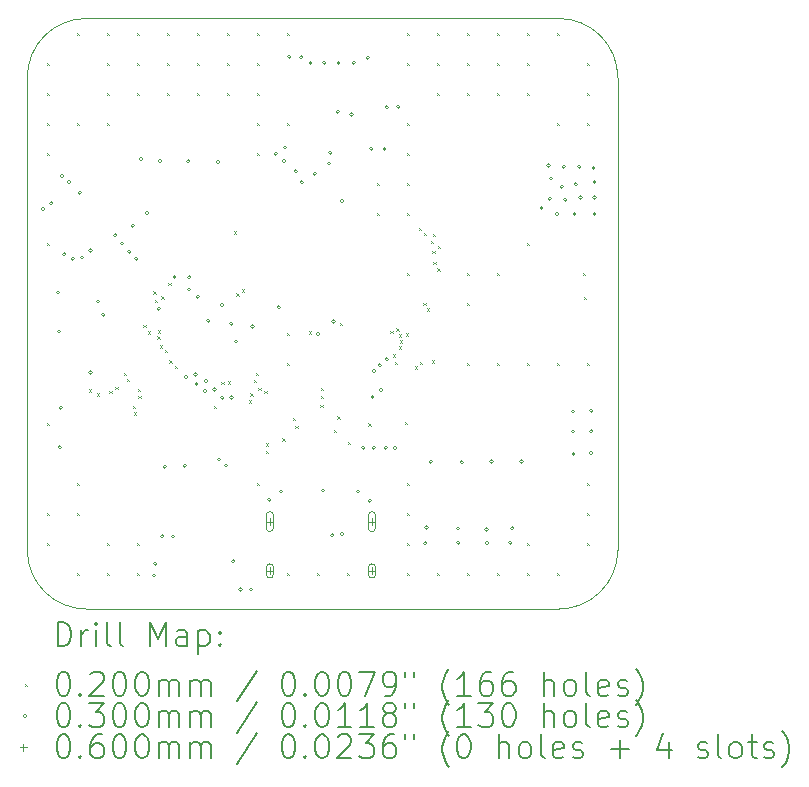
<source format=gbr>
%TF.GenerationSoftware,KiCad,Pcbnew,8.0.1*%
%TF.CreationDate,2025-02-17T15:06:25+05:00*%
%TF.ProjectId,brain_board,62726169-6e5f-4626-9f61-72642e6b6963,rev?*%
%TF.SameCoordinates,Original*%
%TF.FileFunction,Drillmap*%
%TF.FilePolarity,Positive*%
%FSLAX45Y45*%
G04 Gerber Fmt 4.5, Leading zero omitted, Abs format (unit mm)*
G04 Created by KiCad (PCBNEW 8.0.1) date 2025-02-17 15:06:25*
%MOMM*%
%LPD*%
G01*
G04 APERTURE LIST*
%ADD10C,0.050000*%
%ADD11C,0.200000*%
%ADD12C,0.100000*%
G04 APERTURE END LIST*
D10*
X13646248Y-6375000D02*
X17646248Y-6375000D01*
X18146248Y-10875000D02*
G75*
G02*
X17646248Y-11374998I-499998J0D01*
G01*
X13646248Y-11375000D02*
G75*
G02*
X13146250Y-10875000I2J500000D01*
G01*
X18146248Y-6875000D02*
X18146248Y-10875000D01*
X17646248Y-6375000D02*
G75*
G02*
X18146250Y-6875000I2J-500000D01*
G01*
X13146248Y-6875000D02*
G75*
G02*
X13646248Y-6374998I500002J0D01*
G01*
X13146248Y-10875000D02*
X13146248Y-6875000D01*
X17646248Y-11375000D02*
X13646248Y-11375000D01*
D11*
D12*
X13311500Y-6751500D02*
X13331500Y-6771500D01*
X13331500Y-6751500D02*
X13311500Y-6771500D01*
X13311500Y-7005500D02*
X13331500Y-7025500D01*
X13331500Y-7005500D02*
X13311500Y-7025500D01*
X13311500Y-7259500D02*
X13331500Y-7279500D01*
X13331500Y-7259500D02*
X13311500Y-7279500D01*
X13311500Y-7513500D02*
X13331500Y-7533500D01*
X13331500Y-7513500D02*
X13311500Y-7533500D01*
X13311500Y-8275500D02*
X13331500Y-8295500D01*
X13331500Y-8275500D02*
X13311500Y-8295500D01*
X13311500Y-9799500D02*
X13331500Y-9819500D01*
X13331500Y-9799500D02*
X13311500Y-9819500D01*
X13311500Y-10561500D02*
X13331500Y-10581500D01*
X13331500Y-10561500D02*
X13311500Y-10581500D01*
X13311500Y-10815500D02*
X13331500Y-10835500D01*
X13331500Y-10815500D02*
X13311500Y-10835500D01*
X13565500Y-6497500D02*
X13585500Y-6517500D01*
X13585500Y-6497500D02*
X13565500Y-6517500D01*
X13565500Y-7259500D02*
X13585500Y-7279500D01*
X13585500Y-7259500D02*
X13565500Y-7279500D01*
X13565500Y-10307500D02*
X13585500Y-10327500D01*
X13585500Y-10307500D02*
X13565500Y-10327500D01*
X13565500Y-10561500D02*
X13585500Y-10581500D01*
X13585500Y-10561500D02*
X13565500Y-10581500D01*
X13565500Y-11069500D02*
X13585500Y-11089500D01*
X13585500Y-11069500D02*
X13565500Y-11089500D01*
X13670000Y-9515000D02*
X13690000Y-9535000D01*
X13690000Y-9515000D02*
X13670000Y-9535000D01*
X13737500Y-9547500D02*
X13757500Y-9567500D01*
X13757500Y-9547500D02*
X13737500Y-9567500D01*
X13819500Y-6497500D02*
X13839500Y-6517500D01*
X13839500Y-6497500D02*
X13819500Y-6517500D01*
X13819500Y-6751500D02*
X13839500Y-6771500D01*
X13839500Y-6751500D02*
X13819500Y-6771500D01*
X13819500Y-7005500D02*
X13839500Y-7025500D01*
X13839500Y-7005500D02*
X13819500Y-7025500D01*
X13819500Y-7259500D02*
X13839500Y-7279500D01*
X13839500Y-7259500D02*
X13819500Y-7279500D01*
X13819500Y-10815500D02*
X13839500Y-10835500D01*
X13839500Y-10815500D02*
X13819500Y-10835500D01*
X13819500Y-11069500D02*
X13839500Y-11089500D01*
X13839500Y-11069500D02*
X13819500Y-11089500D01*
X13840000Y-9530000D02*
X13860000Y-9550000D01*
X13860000Y-9530000D02*
X13840000Y-9550000D01*
X13892500Y-9495000D02*
X13912500Y-9515000D01*
X13912500Y-9495000D02*
X13892500Y-9515000D01*
X13962500Y-9377500D02*
X13982500Y-9397500D01*
X13982500Y-9377500D02*
X13962500Y-9397500D01*
X13987500Y-9427500D02*
X14007500Y-9447500D01*
X14007500Y-9427500D02*
X13987500Y-9447500D01*
X14040000Y-9654000D02*
X14060000Y-9674000D01*
X14060000Y-9654000D02*
X14040000Y-9674000D01*
X14050000Y-9710000D02*
X14070000Y-9730000D01*
X14070000Y-9710000D02*
X14050000Y-9730000D01*
X14073500Y-6497500D02*
X14093500Y-6517500D01*
X14093500Y-6497500D02*
X14073500Y-6517500D01*
X14073500Y-6751500D02*
X14093500Y-6771500D01*
X14093500Y-6751500D02*
X14073500Y-6771500D01*
X14073500Y-7005500D02*
X14093500Y-7025500D01*
X14093500Y-7005500D02*
X14073500Y-7025500D01*
X14073500Y-10815500D02*
X14093500Y-10835500D01*
X14093500Y-10815500D02*
X14073500Y-10835500D01*
X14073500Y-11069500D02*
X14093500Y-11089500D01*
X14093500Y-11069500D02*
X14073500Y-11089500D01*
X14080000Y-9510000D02*
X14100000Y-9530000D01*
X14100000Y-9510000D02*
X14080000Y-9530000D01*
X14087361Y-9569722D02*
X14107361Y-9589722D01*
X14107361Y-9569722D02*
X14087361Y-9589722D01*
X14130000Y-8970000D02*
X14150000Y-8990000D01*
X14150000Y-8970000D02*
X14130000Y-8990000D01*
X14165000Y-9025000D02*
X14185000Y-9045000D01*
X14185000Y-9025000D02*
X14165000Y-9045000D01*
X14212500Y-8685000D02*
X14232500Y-8705000D01*
X14232500Y-8685000D02*
X14212500Y-8705000D01*
X14227500Y-8755000D02*
X14247500Y-8775000D01*
X14247500Y-8755000D02*
X14227500Y-8775000D01*
X14247500Y-9065000D02*
X14267500Y-9085000D01*
X14267500Y-9065000D02*
X14247500Y-9085000D01*
X14250000Y-9015000D02*
X14270000Y-9035000D01*
X14270000Y-9015000D02*
X14250000Y-9035000D01*
X14270000Y-9142500D02*
X14290000Y-9162500D01*
X14290000Y-9142500D02*
X14270000Y-9162500D01*
X14280000Y-8727500D02*
X14300000Y-8747500D01*
X14300000Y-8727500D02*
X14280000Y-8747500D01*
X14312500Y-9180000D02*
X14332500Y-9200000D01*
X14332500Y-9180000D02*
X14312500Y-9200000D01*
X14327500Y-6497500D02*
X14347500Y-6517500D01*
X14347500Y-6497500D02*
X14327500Y-6517500D01*
X14327500Y-6751500D02*
X14347500Y-6771500D01*
X14347500Y-6751500D02*
X14327500Y-6771500D01*
X14327500Y-7005500D02*
X14347500Y-7025500D01*
X14347500Y-7005500D02*
X14327500Y-7025500D01*
X14340000Y-8612500D02*
X14360000Y-8632500D01*
X14360000Y-8612500D02*
X14340000Y-8632500D01*
X14350000Y-9270000D02*
X14370000Y-9290000D01*
X14370000Y-9270000D02*
X14350000Y-9290000D01*
X14395000Y-9315000D02*
X14415000Y-9335000D01*
X14415000Y-9315000D02*
X14395000Y-9335000D01*
X14581500Y-6497500D02*
X14601500Y-6517500D01*
X14601500Y-6497500D02*
X14581500Y-6517500D01*
X14581500Y-6751500D02*
X14601500Y-6771500D01*
X14601500Y-6751500D02*
X14581500Y-6771500D01*
X14581500Y-7005500D02*
X14601500Y-7025500D01*
X14601500Y-7005500D02*
X14581500Y-7025500D01*
X14725000Y-9652500D02*
X14745000Y-9672500D01*
X14745000Y-9652500D02*
X14725000Y-9672500D01*
X14790000Y-9452500D02*
X14810000Y-9472500D01*
X14810000Y-9452500D02*
X14790000Y-9472500D01*
X14835500Y-6497500D02*
X14855500Y-6517500D01*
X14855500Y-6497500D02*
X14835500Y-6517500D01*
X14835500Y-6751500D02*
X14855500Y-6771500D01*
X14855500Y-6751500D02*
X14835500Y-6771500D01*
X14835500Y-7005500D02*
X14855500Y-7025500D01*
X14855500Y-7005500D02*
X14835500Y-7025500D01*
X14845000Y-9447500D02*
X14865000Y-9467500D01*
X14865000Y-9447500D02*
X14845000Y-9467500D01*
X14897500Y-8177500D02*
X14917500Y-8197500D01*
X14917500Y-8177500D02*
X14897500Y-8197500D01*
X14917500Y-8702500D02*
X14937500Y-8722500D01*
X14937500Y-8702500D02*
X14917500Y-8722500D01*
X14965000Y-8667500D02*
X14985000Y-8687500D01*
X14985000Y-8667500D02*
X14965000Y-8687500D01*
X15020000Y-9607500D02*
X15040000Y-9627500D01*
X15040000Y-9607500D02*
X15020000Y-9627500D01*
X15035000Y-9550000D02*
X15055000Y-9570000D01*
X15055000Y-9550000D02*
X15035000Y-9570000D01*
X15065000Y-9435000D02*
X15085000Y-9455000D01*
X15085000Y-9435000D02*
X15065000Y-9455000D01*
X15082500Y-9377500D02*
X15102500Y-9397500D01*
X15102500Y-9377500D02*
X15082500Y-9397500D01*
X15089500Y-6497500D02*
X15109500Y-6517500D01*
X15109500Y-6497500D02*
X15089500Y-6517500D01*
X15089500Y-6751500D02*
X15109500Y-6771500D01*
X15109500Y-6751500D02*
X15089500Y-6771500D01*
X15089500Y-7005500D02*
X15109500Y-7025500D01*
X15109500Y-7005500D02*
X15089500Y-7025500D01*
X15089500Y-7259500D02*
X15109500Y-7279500D01*
X15109500Y-7259500D02*
X15089500Y-7279500D01*
X15089500Y-7513500D02*
X15109500Y-7533500D01*
X15109500Y-7513500D02*
X15089500Y-7533500D01*
X15089500Y-10307500D02*
X15109500Y-10327500D01*
X15109500Y-10307500D02*
X15089500Y-10327500D01*
X15102500Y-9500000D02*
X15122500Y-9520000D01*
X15122500Y-9500000D02*
X15102500Y-9520000D01*
X15152500Y-9525000D02*
X15172500Y-9545000D01*
X15172500Y-9525000D02*
X15152500Y-9545000D01*
X15165000Y-10037500D02*
X15185000Y-10057500D01*
X15185000Y-10037500D02*
X15165000Y-10057500D01*
X15167500Y-9972500D02*
X15187500Y-9992500D01*
X15187500Y-9972500D02*
X15167500Y-9992500D01*
X15305000Y-9930000D02*
X15325000Y-9950000D01*
X15325000Y-9930000D02*
X15305000Y-9950000D01*
X15343500Y-6497500D02*
X15363500Y-6517500D01*
X15363500Y-6497500D02*
X15343500Y-6517500D01*
X15343500Y-7259500D02*
X15363500Y-7279500D01*
X15363500Y-7259500D02*
X15343500Y-7279500D01*
X15343500Y-9037500D02*
X15363500Y-9057500D01*
X15363500Y-9037500D02*
X15343500Y-9057500D01*
X15343500Y-9291500D02*
X15363500Y-9311500D01*
X15363500Y-9291500D02*
X15343500Y-9311500D01*
X15343500Y-11069500D02*
X15363500Y-11089500D01*
X15363500Y-11069500D02*
X15343500Y-11089500D01*
X15395000Y-9755000D02*
X15415000Y-9775000D01*
X15415000Y-9755000D02*
X15395000Y-9775000D01*
X15415000Y-9825000D02*
X15435000Y-9845000D01*
X15435000Y-9825000D02*
X15415000Y-9845000D01*
X15527500Y-9025000D02*
X15547500Y-9045000D01*
X15547500Y-9025000D02*
X15527500Y-9045000D01*
X15597500Y-11069500D02*
X15617500Y-11089500D01*
X15617500Y-11069500D02*
X15597500Y-11089500D01*
X15627500Y-9647500D02*
X15647500Y-9667500D01*
X15647500Y-9647500D02*
X15627500Y-9667500D01*
X15630000Y-9500000D02*
X15650000Y-9520000D01*
X15650000Y-9500000D02*
X15630000Y-9520000D01*
X15630000Y-9570000D02*
X15650000Y-9590000D01*
X15650000Y-9570000D02*
X15630000Y-9590000D01*
X15740000Y-9857500D02*
X15760000Y-9877500D01*
X15760000Y-9857500D02*
X15740000Y-9877500D01*
X15770000Y-9742500D02*
X15790000Y-9762500D01*
X15790000Y-9742500D02*
X15770000Y-9762500D01*
X15792500Y-8952500D02*
X15812500Y-8972500D01*
X15812500Y-8952500D02*
X15792500Y-8972500D01*
X15851500Y-11069500D02*
X15871500Y-11089500D01*
X15871500Y-11069500D02*
X15851500Y-11089500D01*
X15862500Y-9957500D02*
X15882500Y-9977500D01*
X15882500Y-9957500D02*
X15862500Y-9977500D01*
X16032500Y-9802500D02*
X16052500Y-9822500D01*
X16052500Y-9802500D02*
X16032500Y-9822500D01*
X16105500Y-7767500D02*
X16125500Y-7787500D01*
X16125500Y-7767500D02*
X16105500Y-7787500D01*
X16105500Y-8021500D02*
X16125500Y-8041500D01*
X16125500Y-8021500D02*
X16105500Y-8041500D01*
X16220000Y-9020000D02*
X16240000Y-9040000D01*
X16240000Y-9020000D02*
X16220000Y-9040000D01*
X16240000Y-9220000D02*
X16260000Y-9240000D01*
X16260000Y-9220000D02*
X16240000Y-9240000D01*
X16260000Y-9280000D02*
X16280000Y-9300000D01*
X16280000Y-9280000D02*
X16260000Y-9300000D01*
X16270000Y-9000000D02*
X16290000Y-9020000D01*
X16290000Y-9000000D02*
X16270000Y-9020000D01*
X16290000Y-9050000D02*
X16310000Y-9070000D01*
X16310000Y-9050000D02*
X16290000Y-9070000D01*
X16290000Y-9150000D02*
X16310000Y-9170000D01*
X16310000Y-9150000D02*
X16290000Y-9170000D01*
X16300000Y-9100000D02*
X16320000Y-9120000D01*
X16320000Y-9100000D02*
X16300000Y-9120000D01*
X16342500Y-9787500D02*
X16362500Y-9807500D01*
X16362500Y-9787500D02*
X16342500Y-9807500D01*
X16350000Y-9040000D02*
X16370000Y-9060000D01*
X16370000Y-9040000D02*
X16350000Y-9060000D01*
X16359500Y-6497500D02*
X16379500Y-6517500D01*
X16379500Y-6497500D02*
X16359500Y-6517500D01*
X16359500Y-6751500D02*
X16379500Y-6771500D01*
X16379500Y-6751500D02*
X16359500Y-6771500D01*
X16359500Y-7259500D02*
X16379500Y-7279500D01*
X16379500Y-7259500D02*
X16359500Y-7279500D01*
X16359500Y-7513500D02*
X16379500Y-7533500D01*
X16379500Y-7513500D02*
X16359500Y-7533500D01*
X16359500Y-7767500D02*
X16379500Y-7787500D01*
X16379500Y-7767500D02*
X16359500Y-7787500D01*
X16359500Y-8021500D02*
X16379500Y-8041500D01*
X16379500Y-8021500D02*
X16359500Y-8041500D01*
X16359500Y-8529500D02*
X16379500Y-8549500D01*
X16379500Y-8529500D02*
X16359500Y-8549500D01*
X16359500Y-10307500D02*
X16379500Y-10327500D01*
X16379500Y-10307500D02*
X16359500Y-10327500D01*
X16359500Y-10561500D02*
X16379500Y-10581500D01*
X16379500Y-10561500D02*
X16359500Y-10581500D01*
X16359500Y-10815500D02*
X16379500Y-10835500D01*
X16379500Y-10815500D02*
X16359500Y-10835500D01*
X16359500Y-11069500D02*
X16379500Y-11089500D01*
X16379500Y-11069500D02*
X16359500Y-11089500D01*
X16430000Y-9320000D02*
X16450000Y-9340000D01*
X16450000Y-9320000D02*
X16430000Y-9340000D01*
X16460000Y-8145000D02*
X16480000Y-8165000D01*
X16480000Y-8145000D02*
X16460000Y-8165000D01*
X16470000Y-9280000D02*
X16490000Y-9300000D01*
X16490000Y-9280000D02*
X16470000Y-9300000D01*
X16500000Y-8780000D02*
X16520000Y-8800000D01*
X16520000Y-8780000D02*
X16500000Y-8800000D01*
X16502500Y-8190000D02*
X16522500Y-8210000D01*
X16522500Y-8190000D02*
X16502500Y-8210000D01*
X16530000Y-8830000D02*
X16550000Y-8850000D01*
X16550000Y-8830000D02*
X16530000Y-8850000D01*
X16562500Y-8255000D02*
X16582500Y-8275000D01*
X16582500Y-8255000D02*
X16562500Y-8275000D01*
X16570000Y-9270000D02*
X16590000Y-9290000D01*
X16590000Y-9270000D02*
X16570000Y-9290000D01*
X16575000Y-8342500D02*
X16595000Y-8362500D01*
X16595000Y-8342500D02*
X16575000Y-8362500D01*
X16580000Y-8197500D02*
X16600000Y-8217500D01*
X16600000Y-8197500D02*
X16580000Y-8217500D01*
X16585000Y-8437500D02*
X16605000Y-8457500D01*
X16605000Y-8437500D02*
X16585000Y-8457500D01*
X16613500Y-6497500D02*
X16633500Y-6517500D01*
X16633500Y-6497500D02*
X16613500Y-6517500D01*
X16613500Y-6751500D02*
X16633500Y-6771500D01*
X16633500Y-6751500D02*
X16613500Y-6771500D01*
X16613500Y-7005500D02*
X16633500Y-7025500D01*
X16633500Y-7005500D02*
X16613500Y-7025500D01*
X16613500Y-11069500D02*
X16633500Y-11089500D01*
X16633500Y-11069500D02*
X16613500Y-11089500D01*
X16617500Y-8490000D02*
X16637500Y-8510000D01*
X16637500Y-8490000D02*
X16617500Y-8510000D01*
X16620000Y-8302500D02*
X16640000Y-8322500D01*
X16640000Y-8302500D02*
X16620000Y-8322500D01*
X16867500Y-6497500D02*
X16887500Y-6517500D01*
X16887500Y-6497500D02*
X16867500Y-6517500D01*
X16867500Y-6751500D02*
X16887500Y-6771500D01*
X16887500Y-6751500D02*
X16867500Y-6771500D01*
X16867500Y-7005500D02*
X16887500Y-7025500D01*
X16887500Y-7005500D02*
X16867500Y-7025500D01*
X16867500Y-8529500D02*
X16887500Y-8549500D01*
X16887500Y-8529500D02*
X16867500Y-8549500D01*
X16867500Y-8783500D02*
X16887500Y-8803500D01*
X16887500Y-8783500D02*
X16867500Y-8803500D01*
X16867500Y-9291500D02*
X16887500Y-9311500D01*
X16887500Y-9291500D02*
X16867500Y-9311500D01*
X16867500Y-11069500D02*
X16887500Y-11089500D01*
X16887500Y-11069500D02*
X16867500Y-11089500D01*
X17121500Y-6497500D02*
X17141500Y-6517500D01*
X17141500Y-6497500D02*
X17121500Y-6517500D01*
X17121500Y-6751500D02*
X17141500Y-6771500D01*
X17141500Y-6751500D02*
X17121500Y-6771500D01*
X17121500Y-7005500D02*
X17141500Y-7025500D01*
X17141500Y-7005500D02*
X17121500Y-7025500D01*
X17121500Y-8529500D02*
X17141500Y-8549500D01*
X17141500Y-8529500D02*
X17121500Y-8549500D01*
X17121500Y-9291500D02*
X17141500Y-9311500D01*
X17141500Y-9291500D02*
X17121500Y-9311500D01*
X17121500Y-11069500D02*
X17141500Y-11089500D01*
X17141500Y-11069500D02*
X17121500Y-11089500D01*
X17375500Y-6497500D02*
X17395500Y-6517500D01*
X17395500Y-6497500D02*
X17375500Y-6517500D01*
X17375500Y-6751500D02*
X17395500Y-6771500D01*
X17395500Y-6751500D02*
X17375500Y-6771500D01*
X17375500Y-7005500D02*
X17395500Y-7025500D01*
X17395500Y-7005500D02*
X17375500Y-7025500D01*
X17375500Y-8275500D02*
X17395500Y-8295500D01*
X17395500Y-8275500D02*
X17375500Y-8295500D01*
X17375500Y-9291500D02*
X17395500Y-9311500D01*
X17395500Y-9291500D02*
X17375500Y-9311500D01*
X17375500Y-10815500D02*
X17395500Y-10835500D01*
X17395500Y-10815500D02*
X17375500Y-10835500D01*
X17375500Y-11069500D02*
X17395500Y-11089500D01*
X17395500Y-11069500D02*
X17375500Y-11089500D01*
X17629500Y-6497500D02*
X17649500Y-6517500D01*
X17649500Y-6497500D02*
X17629500Y-6517500D01*
X17629500Y-7259500D02*
X17649500Y-7279500D01*
X17649500Y-7259500D02*
X17629500Y-7279500D01*
X17629500Y-9291500D02*
X17649500Y-9311500D01*
X17649500Y-9291500D02*
X17629500Y-9311500D01*
X17629500Y-11069500D02*
X17649500Y-11089500D01*
X17649500Y-11069500D02*
X17629500Y-11089500D01*
X17850000Y-8530000D02*
X17870000Y-8550000D01*
X17870000Y-8530000D02*
X17850000Y-8550000D01*
X17860000Y-8730000D02*
X17880000Y-8750000D01*
X17880000Y-8730000D02*
X17860000Y-8750000D01*
X17883500Y-6751500D02*
X17903500Y-6771500D01*
X17903500Y-6751500D02*
X17883500Y-6771500D01*
X17883500Y-7005500D02*
X17903500Y-7025500D01*
X17903500Y-7005500D02*
X17883500Y-7025500D01*
X17883500Y-7259500D02*
X17903500Y-7279500D01*
X17903500Y-7259500D02*
X17883500Y-7279500D01*
X17883500Y-9291500D02*
X17903500Y-9311500D01*
X17903500Y-9291500D02*
X17883500Y-9311500D01*
X17883500Y-10307500D02*
X17903500Y-10327500D01*
X17903500Y-10307500D02*
X17883500Y-10327500D01*
X17883500Y-10561500D02*
X17903500Y-10581500D01*
X17903500Y-10561500D02*
X17883500Y-10581500D01*
X17883500Y-10815500D02*
X17903500Y-10835500D01*
X17903500Y-10815500D02*
X17883500Y-10835500D01*
X13295000Y-7990000D02*
G75*
G02*
X13265000Y-7990000I-15000J0D01*
G01*
X13265000Y-7990000D02*
G75*
G02*
X13295000Y-7990000I15000J0D01*
G01*
X13365000Y-7940000D02*
G75*
G02*
X13335000Y-7940000I-15000J0D01*
G01*
X13335000Y-7940000D02*
G75*
G02*
X13365000Y-7940000I15000J0D01*
G01*
X13420000Y-8695000D02*
G75*
G02*
X13390000Y-8695000I-15000J0D01*
G01*
X13390000Y-8695000D02*
G75*
G02*
X13420000Y-8695000I15000J0D01*
G01*
X13430000Y-9025000D02*
G75*
G02*
X13400000Y-9025000I-15000J0D01*
G01*
X13400000Y-9025000D02*
G75*
G02*
X13430000Y-9025000I15000J0D01*
G01*
X13435000Y-10005000D02*
G75*
G02*
X13405000Y-10005000I-15000J0D01*
G01*
X13405000Y-10005000D02*
G75*
G02*
X13435000Y-10005000I15000J0D01*
G01*
X13445000Y-9670000D02*
G75*
G02*
X13415000Y-9670000I-15000J0D01*
G01*
X13415000Y-9670000D02*
G75*
G02*
X13445000Y-9670000I15000J0D01*
G01*
X13455000Y-7710000D02*
G75*
G02*
X13425000Y-7710000I-15000J0D01*
G01*
X13425000Y-7710000D02*
G75*
G02*
X13455000Y-7710000I15000J0D01*
G01*
X13475000Y-8370000D02*
G75*
G02*
X13445000Y-8370000I-15000J0D01*
G01*
X13445000Y-8370000D02*
G75*
G02*
X13475000Y-8370000I15000J0D01*
G01*
X13515000Y-7760000D02*
G75*
G02*
X13485000Y-7760000I-15000J0D01*
G01*
X13485000Y-7760000D02*
G75*
G02*
X13515000Y-7760000I15000J0D01*
G01*
X13545000Y-8410000D02*
G75*
G02*
X13515000Y-8410000I-15000J0D01*
G01*
X13515000Y-8410000D02*
G75*
G02*
X13545000Y-8410000I15000J0D01*
G01*
X13605000Y-7850000D02*
G75*
G02*
X13575000Y-7850000I-15000J0D01*
G01*
X13575000Y-7850000D02*
G75*
G02*
X13605000Y-7850000I15000J0D01*
G01*
X13625000Y-8400000D02*
G75*
G02*
X13595000Y-8400000I-15000J0D01*
G01*
X13595000Y-8400000D02*
G75*
G02*
X13625000Y-8400000I15000J0D01*
G01*
X13695000Y-8340000D02*
G75*
G02*
X13665000Y-8340000I-15000J0D01*
G01*
X13665000Y-8340000D02*
G75*
G02*
X13695000Y-8340000I15000J0D01*
G01*
X13695000Y-9372500D02*
G75*
G02*
X13665000Y-9372500I-15000J0D01*
G01*
X13665000Y-9372500D02*
G75*
G02*
X13695000Y-9372500I15000J0D01*
G01*
X13760000Y-8770000D02*
G75*
G02*
X13730000Y-8770000I-15000J0D01*
G01*
X13730000Y-8770000D02*
G75*
G02*
X13760000Y-8770000I15000J0D01*
G01*
X13805000Y-8885000D02*
G75*
G02*
X13775000Y-8885000I-15000J0D01*
G01*
X13775000Y-8885000D02*
G75*
G02*
X13805000Y-8885000I15000J0D01*
G01*
X13905000Y-8210000D02*
G75*
G02*
X13875000Y-8210000I-15000J0D01*
G01*
X13875000Y-8210000D02*
G75*
G02*
X13905000Y-8210000I15000J0D01*
G01*
X13965000Y-8280000D02*
G75*
G02*
X13935000Y-8280000I-15000J0D01*
G01*
X13935000Y-8280000D02*
G75*
G02*
X13965000Y-8280000I15000J0D01*
G01*
X14025000Y-8350000D02*
G75*
G02*
X13995000Y-8350000I-15000J0D01*
G01*
X13995000Y-8350000D02*
G75*
G02*
X14025000Y-8350000I15000J0D01*
G01*
X14055000Y-8130000D02*
G75*
G02*
X14025000Y-8130000I-15000J0D01*
G01*
X14025000Y-8130000D02*
G75*
G02*
X14055000Y-8130000I15000J0D01*
G01*
X14085000Y-8410000D02*
G75*
G02*
X14055000Y-8410000I-15000J0D01*
G01*
X14055000Y-8410000D02*
G75*
G02*
X14085000Y-8410000I15000J0D01*
G01*
X14125000Y-7565000D02*
G75*
G02*
X14095000Y-7565000I-15000J0D01*
G01*
X14095000Y-7565000D02*
G75*
G02*
X14125000Y-7565000I15000J0D01*
G01*
X14175000Y-8020000D02*
G75*
G02*
X14145000Y-8020000I-15000J0D01*
G01*
X14145000Y-8020000D02*
G75*
G02*
X14175000Y-8020000I15000J0D01*
G01*
X14235000Y-11090000D02*
G75*
G02*
X14205000Y-11090000I-15000J0D01*
G01*
X14205000Y-11090000D02*
G75*
G02*
X14235000Y-11090000I15000J0D01*
G01*
X14245000Y-10990000D02*
G75*
G02*
X14215000Y-10990000I-15000J0D01*
G01*
X14215000Y-10990000D02*
G75*
G02*
X14245000Y-10990000I15000J0D01*
G01*
X14275000Y-8832500D02*
G75*
G02*
X14245000Y-8832500I-15000J0D01*
G01*
X14245000Y-8832500D02*
G75*
G02*
X14275000Y-8832500I15000J0D01*
G01*
X14285000Y-7580000D02*
G75*
G02*
X14255000Y-7580000I-15000J0D01*
G01*
X14255000Y-7580000D02*
G75*
G02*
X14285000Y-7580000I15000J0D01*
G01*
X14305000Y-10760000D02*
G75*
G02*
X14275000Y-10760000I-15000J0D01*
G01*
X14275000Y-10760000D02*
G75*
G02*
X14305000Y-10760000I15000J0D01*
G01*
X14325000Y-10170000D02*
G75*
G02*
X14295000Y-10170000I-15000J0D01*
G01*
X14295000Y-10170000D02*
G75*
G02*
X14325000Y-10170000I15000J0D01*
G01*
X14395000Y-10760000D02*
G75*
G02*
X14365000Y-10760000I-15000J0D01*
G01*
X14365000Y-10760000D02*
G75*
G02*
X14395000Y-10760000I15000J0D01*
G01*
X14407500Y-8565000D02*
G75*
G02*
X14377500Y-8565000I-15000J0D01*
G01*
X14377500Y-8565000D02*
G75*
G02*
X14407500Y-8565000I15000J0D01*
G01*
X14495000Y-10160000D02*
G75*
G02*
X14465000Y-10160000I-15000J0D01*
G01*
X14465000Y-10160000D02*
G75*
G02*
X14495000Y-10160000I15000J0D01*
G01*
X14505000Y-9410000D02*
G75*
G02*
X14475000Y-9410000I-15000J0D01*
G01*
X14475000Y-9410000D02*
G75*
G02*
X14505000Y-9410000I15000J0D01*
G01*
X14525000Y-7585000D02*
G75*
G02*
X14495000Y-7585000I-15000J0D01*
G01*
X14495000Y-7585000D02*
G75*
G02*
X14525000Y-7585000I15000J0D01*
G01*
X14532500Y-8565000D02*
G75*
G02*
X14502500Y-8565000I-15000J0D01*
G01*
X14502500Y-8565000D02*
G75*
G02*
X14532500Y-8565000I15000J0D01*
G01*
X14532500Y-8670000D02*
G75*
G02*
X14502500Y-8670000I-15000J0D01*
G01*
X14502500Y-8670000D02*
G75*
G02*
X14532500Y-8670000I15000J0D01*
G01*
X14585000Y-9390000D02*
G75*
G02*
X14555000Y-9390000I-15000J0D01*
G01*
X14555000Y-9390000D02*
G75*
G02*
X14585000Y-9390000I15000J0D01*
G01*
X14595000Y-9470000D02*
G75*
G02*
X14565000Y-9470000I-15000J0D01*
G01*
X14565000Y-9470000D02*
G75*
G02*
X14595000Y-9470000I15000J0D01*
G01*
X14605000Y-8730000D02*
G75*
G02*
X14575000Y-8730000I-15000J0D01*
G01*
X14575000Y-8730000D02*
G75*
G02*
X14605000Y-8730000I15000J0D01*
G01*
X14665000Y-9530000D02*
G75*
G02*
X14635000Y-9530000I-15000J0D01*
G01*
X14635000Y-9530000D02*
G75*
G02*
X14665000Y-9530000I15000J0D01*
G01*
X14675000Y-9445000D02*
G75*
G02*
X14645000Y-9445000I-15000J0D01*
G01*
X14645000Y-9445000D02*
G75*
G02*
X14675000Y-9445000I15000J0D01*
G01*
X14695000Y-8935000D02*
G75*
G02*
X14665000Y-8935000I-15000J0D01*
G01*
X14665000Y-8935000D02*
G75*
G02*
X14695000Y-8935000I15000J0D01*
G01*
X14747500Y-9517500D02*
G75*
G02*
X14717500Y-9517500I-15000J0D01*
G01*
X14717500Y-9517500D02*
G75*
G02*
X14747500Y-9517500I15000J0D01*
G01*
X14775000Y-7590000D02*
G75*
G02*
X14745000Y-7590000I-15000J0D01*
G01*
X14745000Y-7590000D02*
G75*
G02*
X14775000Y-7590000I15000J0D01*
G01*
X14785000Y-10110000D02*
G75*
G02*
X14755000Y-10110000I-15000J0D01*
G01*
X14755000Y-10110000D02*
G75*
G02*
X14785000Y-10110000I15000J0D01*
G01*
X14810000Y-8802500D02*
G75*
G02*
X14780000Y-8802500I-15000J0D01*
G01*
X14780000Y-8802500D02*
G75*
G02*
X14810000Y-8802500I15000J0D01*
G01*
X14812500Y-9585000D02*
G75*
G02*
X14782500Y-9585000I-15000J0D01*
G01*
X14782500Y-9585000D02*
G75*
G02*
X14812500Y-9585000I15000J0D01*
G01*
X14845000Y-10160000D02*
G75*
G02*
X14815000Y-10160000I-15000J0D01*
G01*
X14815000Y-10160000D02*
G75*
G02*
X14845000Y-10160000I15000J0D01*
G01*
X14890000Y-8960000D02*
G75*
G02*
X14860000Y-8960000I-15000J0D01*
G01*
X14860000Y-8960000D02*
G75*
G02*
X14890000Y-8960000I15000J0D01*
G01*
X14890000Y-9585000D02*
G75*
G02*
X14860000Y-9585000I-15000J0D01*
G01*
X14860000Y-9585000D02*
G75*
G02*
X14890000Y-9585000I15000J0D01*
G01*
X14905000Y-10970000D02*
G75*
G02*
X14875000Y-10970000I-15000J0D01*
G01*
X14875000Y-10970000D02*
G75*
G02*
X14905000Y-10970000I15000J0D01*
G01*
X14930000Y-9110000D02*
G75*
G02*
X14900000Y-9110000I-15000J0D01*
G01*
X14900000Y-9110000D02*
G75*
G02*
X14930000Y-9110000I15000J0D01*
G01*
X14965000Y-11210000D02*
G75*
G02*
X14935000Y-11210000I-15000J0D01*
G01*
X14935000Y-11210000D02*
G75*
G02*
X14965000Y-11210000I15000J0D01*
G01*
X15055000Y-11210000D02*
G75*
G02*
X15025000Y-11210000I-15000J0D01*
G01*
X15025000Y-11210000D02*
G75*
G02*
X15055000Y-11210000I15000J0D01*
G01*
X15070000Y-8982500D02*
G75*
G02*
X15040000Y-8982500I-15000J0D01*
G01*
X15040000Y-8982500D02*
G75*
G02*
X15070000Y-8982500I15000J0D01*
G01*
X15210000Y-10450000D02*
G75*
G02*
X15180000Y-10450000I-15000J0D01*
G01*
X15180000Y-10450000D02*
G75*
G02*
X15210000Y-10450000I15000J0D01*
G01*
X15265000Y-7520000D02*
G75*
G02*
X15235000Y-7520000I-15000J0D01*
G01*
X15235000Y-7520000D02*
G75*
G02*
X15265000Y-7520000I15000J0D01*
G01*
X15290000Y-8820000D02*
G75*
G02*
X15260000Y-8820000I-15000J0D01*
G01*
X15260000Y-8820000D02*
G75*
G02*
X15290000Y-8820000I15000J0D01*
G01*
X15310000Y-10380000D02*
G75*
G02*
X15280000Y-10380000I-15000J0D01*
G01*
X15280000Y-10380000D02*
G75*
G02*
X15310000Y-10380000I15000J0D01*
G01*
X15335000Y-7580000D02*
G75*
G02*
X15305000Y-7580000I-15000J0D01*
G01*
X15305000Y-7580000D02*
G75*
G02*
X15335000Y-7580000I15000J0D01*
G01*
X15342500Y-7467500D02*
G75*
G02*
X15312500Y-7467500I-15000J0D01*
G01*
X15312500Y-7467500D02*
G75*
G02*
X15342500Y-7467500I15000J0D01*
G01*
X15380000Y-6700000D02*
G75*
G02*
X15350000Y-6700000I-15000J0D01*
G01*
X15350000Y-6700000D02*
G75*
G02*
X15380000Y-6700000I15000J0D01*
G01*
X15435000Y-7670000D02*
G75*
G02*
X15405000Y-7670000I-15000J0D01*
G01*
X15405000Y-7670000D02*
G75*
G02*
X15435000Y-7670000I15000J0D01*
G01*
X15482500Y-6702500D02*
G75*
G02*
X15452500Y-6702500I-15000J0D01*
G01*
X15452500Y-6702500D02*
G75*
G02*
X15482500Y-6702500I15000J0D01*
G01*
X15485000Y-7760000D02*
G75*
G02*
X15455000Y-7760000I-15000J0D01*
G01*
X15455000Y-7760000D02*
G75*
G02*
X15485000Y-7760000I15000J0D01*
G01*
X15560000Y-6752500D02*
G75*
G02*
X15530000Y-6752500I-15000J0D01*
G01*
X15530000Y-6752500D02*
G75*
G02*
X15560000Y-6752500I15000J0D01*
G01*
X15595000Y-7690000D02*
G75*
G02*
X15565000Y-7690000I-15000J0D01*
G01*
X15565000Y-7690000D02*
G75*
G02*
X15595000Y-7690000I15000J0D01*
G01*
X15622500Y-9045000D02*
G75*
G02*
X15592500Y-9045000I-15000J0D01*
G01*
X15592500Y-9045000D02*
G75*
G02*
X15622500Y-9045000I15000J0D01*
G01*
X15665000Y-10370000D02*
G75*
G02*
X15635000Y-10370000I-15000J0D01*
G01*
X15635000Y-10370000D02*
G75*
G02*
X15665000Y-10370000I15000J0D01*
G01*
X15675000Y-6750000D02*
G75*
G02*
X15645000Y-6750000I-15000J0D01*
G01*
X15645000Y-6750000D02*
G75*
G02*
X15675000Y-6750000I15000J0D01*
G01*
X15717500Y-7602500D02*
G75*
G02*
X15687500Y-7602500I-15000J0D01*
G01*
X15687500Y-7602500D02*
G75*
G02*
X15717500Y-7602500I15000J0D01*
G01*
X15727500Y-7512500D02*
G75*
G02*
X15697500Y-7512500I-15000J0D01*
G01*
X15697500Y-7512500D02*
G75*
G02*
X15727500Y-7512500I15000J0D01*
G01*
X15745000Y-10750000D02*
G75*
G02*
X15715000Y-10750000I-15000J0D01*
G01*
X15715000Y-10750000D02*
G75*
G02*
X15745000Y-10750000I15000J0D01*
G01*
X15755000Y-8940000D02*
G75*
G02*
X15725000Y-8940000I-15000J0D01*
G01*
X15725000Y-8940000D02*
G75*
G02*
X15755000Y-8940000I15000J0D01*
G01*
X15790000Y-7165000D02*
G75*
G02*
X15760000Y-7165000I-15000J0D01*
G01*
X15760000Y-7165000D02*
G75*
G02*
X15790000Y-7165000I15000J0D01*
G01*
X15797500Y-6752500D02*
G75*
G02*
X15767500Y-6752500I-15000J0D01*
G01*
X15767500Y-6752500D02*
G75*
G02*
X15797500Y-6752500I15000J0D01*
G01*
X15825000Y-7920000D02*
G75*
G02*
X15795000Y-7920000I-15000J0D01*
G01*
X15795000Y-7920000D02*
G75*
G02*
X15825000Y-7920000I15000J0D01*
G01*
X15825000Y-10740000D02*
G75*
G02*
X15795000Y-10740000I-15000J0D01*
G01*
X15795000Y-10740000D02*
G75*
G02*
X15825000Y-10740000I15000J0D01*
G01*
X15907500Y-7187500D02*
G75*
G02*
X15877500Y-7187500I-15000J0D01*
G01*
X15877500Y-7187500D02*
G75*
G02*
X15907500Y-7187500I15000J0D01*
G01*
X15925000Y-6750000D02*
G75*
G02*
X15895000Y-6750000I-15000J0D01*
G01*
X15895000Y-6750000D02*
G75*
G02*
X15925000Y-6750000I15000J0D01*
G01*
X15962500Y-10380000D02*
G75*
G02*
X15932500Y-10380000I-15000J0D01*
G01*
X15932500Y-10380000D02*
G75*
G02*
X15962500Y-10380000I15000J0D01*
G01*
X16005000Y-10010000D02*
G75*
G02*
X15975000Y-10010000I-15000J0D01*
G01*
X15975000Y-10010000D02*
G75*
G02*
X16005000Y-10010000I15000J0D01*
G01*
X16045000Y-6707500D02*
G75*
G02*
X16015000Y-6707500I-15000J0D01*
G01*
X16015000Y-6707500D02*
G75*
G02*
X16045000Y-6707500I15000J0D01*
G01*
X16062500Y-10457500D02*
G75*
G02*
X16032500Y-10457500I-15000J0D01*
G01*
X16032500Y-10457500D02*
G75*
G02*
X16062500Y-10457500I15000J0D01*
G01*
X16075000Y-7477500D02*
G75*
G02*
X16045000Y-7477500I-15000J0D01*
G01*
X16045000Y-7477500D02*
G75*
G02*
X16075000Y-7477500I15000J0D01*
G01*
X16085000Y-9580000D02*
G75*
G02*
X16055000Y-9580000I-15000J0D01*
G01*
X16055000Y-9580000D02*
G75*
G02*
X16085000Y-9580000I15000J0D01*
G01*
X16095000Y-9360000D02*
G75*
G02*
X16065000Y-9360000I-15000J0D01*
G01*
X16065000Y-9360000D02*
G75*
G02*
X16095000Y-9360000I15000J0D01*
G01*
X16095000Y-10010000D02*
G75*
G02*
X16065000Y-10010000I-15000J0D01*
G01*
X16065000Y-10010000D02*
G75*
G02*
X16095000Y-10010000I15000J0D01*
G01*
X16145000Y-9310000D02*
G75*
G02*
X16115000Y-9310000I-15000J0D01*
G01*
X16115000Y-9310000D02*
G75*
G02*
X16145000Y-9310000I15000J0D01*
G01*
X16155000Y-9520000D02*
G75*
G02*
X16125000Y-9520000I-15000J0D01*
G01*
X16125000Y-9520000D02*
G75*
G02*
X16155000Y-9520000I15000J0D01*
G01*
X16185000Y-7480000D02*
G75*
G02*
X16155000Y-7480000I-15000J0D01*
G01*
X16155000Y-7480000D02*
G75*
G02*
X16185000Y-7480000I15000J0D01*
G01*
X16195000Y-10010000D02*
G75*
G02*
X16165000Y-10010000I-15000J0D01*
G01*
X16165000Y-10010000D02*
G75*
G02*
X16195000Y-10010000I15000J0D01*
G01*
X16205000Y-7127500D02*
G75*
G02*
X16175000Y-7127500I-15000J0D01*
G01*
X16175000Y-7127500D02*
G75*
G02*
X16205000Y-7127500I15000J0D01*
G01*
X16205000Y-9260000D02*
G75*
G02*
X16175000Y-9260000I-15000J0D01*
G01*
X16175000Y-9260000D02*
G75*
G02*
X16205000Y-9260000I15000J0D01*
G01*
X16275000Y-10010000D02*
G75*
G02*
X16245000Y-10010000I-15000J0D01*
G01*
X16245000Y-10010000D02*
G75*
G02*
X16275000Y-10010000I15000J0D01*
G01*
X16302500Y-7122500D02*
G75*
G02*
X16272500Y-7122500I-15000J0D01*
G01*
X16272500Y-7122500D02*
G75*
G02*
X16302500Y-7122500I15000J0D01*
G01*
X16532500Y-10817500D02*
G75*
G02*
X16502500Y-10817500I-15000J0D01*
G01*
X16502500Y-10817500D02*
G75*
G02*
X16532500Y-10817500I15000J0D01*
G01*
X16542500Y-10685000D02*
G75*
G02*
X16512500Y-10685000I-15000J0D01*
G01*
X16512500Y-10685000D02*
G75*
G02*
X16542500Y-10685000I15000J0D01*
G01*
X16577500Y-10127500D02*
G75*
G02*
X16547500Y-10127500I-15000J0D01*
G01*
X16547500Y-10127500D02*
G75*
G02*
X16577500Y-10127500I15000J0D01*
G01*
X16807500Y-10692500D02*
G75*
G02*
X16777500Y-10692500I-15000J0D01*
G01*
X16777500Y-10692500D02*
G75*
G02*
X16807500Y-10692500I15000J0D01*
G01*
X16810000Y-10815000D02*
G75*
G02*
X16780000Y-10815000I-15000J0D01*
G01*
X16780000Y-10815000D02*
G75*
G02*
X16810000Y-10815000I15000J0D01*
G01*
X16840000Y-10132500D02*
G75*
G02*
X16810000Y-10132500I-15000J0D01*
G01*
X16810000Y-10132500D02*
G75*
G02*
X16840000Y-10132500I15000J0D01*
G01*
X17050000Y-10700000D02*
G75*
G02*
X17020000Y-10700000I-15000J0D01*
G01*
X17020000Y-10700000D02*
G75*
G02*
X17050000Y-10700000I15000J0D01*
G01*
X17055000Y-10815000D02*
G75*
G02*
X17025000Y-10815000I-15000J0D01*
G01*
X17025000Y-10815000D02*
G75*
G02*
X17055000Y-10815000I15000J0D01*
G01*
X17092500Y-10127500D02*
G75*
G02*
X17062500Y-10127500I-15000J0D01*
G01*
X17062500Y-10127500D02*
G75*
G02*
X17092500Y-10127500I15000J0D01*
G01*
X17250000Y-10815000D02*
G75*
G02*
X17220000Y-10815000I-15000J0D01*
G01*
X17220000Y-10815000D02*
G75*
G02*
X17250000Y-10815000I15000J0D01*
G01*
X17267500Y-10690000D02*
G75*
G02*
X17237500Y-10690000I-15000J0D01*
G01*
X17237500Y-10690000D02*
G75*
G02*
X17267500Y-10690000I15000J0D01*
G01*
X17345000Y-10125000D02*
G75*
G02*
X17315000Y-10125000I-15000J0D01*
G01*
X17315000Y-10125000D02*
G75*
G02*
X17345000Y-10125000I15000J0D01*
G01*
X17515000Y-7980000D02*
G75*
G02*
X17485000Y-7980000I-15000J0D01*
G01*
X17485000Y-7980000D02*
G75*
G02*
X17515000Y-7980000I15000J0D01*
G01*
X17575000Y-7620000D02*
G75*
G02*
X17545000Y-7620000I-15000J0D01*
G01*
X17545000Y-7620000D02*
G75*
G02*
X17575000Y-7620000I15000J0D01*
G01*
X17585000Y-7900000D02*
G75*
G02*
X17555000Y-7900000I-15000J0D01*
G01*
X17555000Y-7900000D02*
G75*
G02*
X17585000Y-7900000I15000J0D01*
G01*
X17595000Y-7730000D02*
G75*
G02*
X17565000Y-7730000I-15000J0D01*
G01*
X17565000Y-7730000D02*
G75*
G02*
X17595000Y-7730000I15000J0D01*
G01*
X17645000Y-8030000D02*
G75*
G02*
X17615000Y-8030000I-15000J0D01*
G01*
X17615000Y-8030000D02*
G75*
G02*
X17645000Y-8030000I15000J0D01*
G01*
X17685000Y-7800000D02*
G75*
G02*
X17655000Y-7800000I-15000J0D01*
G01*
X17655000Y-7800000D02*
G75*
G02*
X17685000Y-7800000I15000J0D01*
G01*
X17705000Y-7630000D02*
G75*
G02*
X17675000Y-7630000I-15000J0D01*
G01*
X17675000Y-7630000D02*
G75*
G02*
X17705000Y-7630000I15000J0D01*
G01*
X17715000Y-7910000D02*
G75*
G02*
X17685000Y-7910000I-15000J0D01*
G01*
X17685000Y-7910000D02*
G75*
G02*
X17715000Y-7910000I15000J0D01*
G01*
X17782500Y-9702500D02*
G75*
G02*
X17752500Y-9702500I-15000J0D01*
G01*
X17752500Y-9702500D02*
G75*
G02*
X17782500Y-9702500I15000J0D01*
G01*
X17782500Y-9872500D02*
G75*
G02*
X17752500Y-9872500I-15000J0D01*
G01*
X17752500Y-9872500D02*
G75*
G02*
X17782500Y-9872500I15000J0D01*
G01*
X17785000Y-10062500D02*
G75*
G02*
X17755000Y-10062500I-15000J0D01*
G01*
X17755000Y-10062500D02*
G75*
G02*
X17785000Y-10062500I15000J0D01*
G01*
X17795000Y-8030000D02*
G75*
G02*
X17765000Y-8030000I-15000J0D01*
G01*
X17765000Y-8030000D02*
G75*
G02*
X17795000Y-8030000I15000J0D01*
G01*
X17805000Y-7780000D02*
G75*
G02*
X17775000Y-7780000I-15000J0D01*
G01*
X17775000Y-7780000D02*
G75*
G02*
X17805000Y-7780000I15000J0D01*
G01*
X17835000Y-7630000D02*
G75*
G02*
X17805000Y-7630000I-15000J0D01*
G01*
X17805000Y-7630000D02*
G75*
G02*
X17835000Y-7630000I15000J0D01*
G01*
X17845000Y-7890000D02*
G75*
G02*
X17815000Y-7890000I-15000J0D01*
G01*
X17815000Y-7890000D02*
G75*
G02*
X17845000Y-7890000I15000J0D01*
G01*
X17935000Y-10052500D02*
G75*
G02*
X17905000Y-10052500I-15000J0D01*
G01*
X17905000Y-10052500D02*
G75*
G02*
X17935000Y-10052500I15000J0D01*
G01*
X17937500Y-9697500D02*
G75*
G02*
X17907500Y-9697500I-15000J0D01*
G01*
X17907500Y-9697500D02*
G75*
G02*
X17937500Y-9697500I15000J0D01*
G01*
X17937500Y-9870000D02*
G75*
G02*
X17907500Y-9870000I-15000J0D01*
G01*
X17907500Y-9870000D02*
G75*
G02*
X17937500Y-9870000I15000J0D01*
G01*
X17955000Y-7640000D02*
G75*
G02*
X17925000Y-7640000I-15000J0D01*
G01*
X17925000Y-7640000D02*
G75*
G02*
X17955000Y-7640000I15000J0D01*
G01*
X17965000Y-7760000D02*
G75*
G02*
X17935000Y-7760000I-15000J0D01*
G01*
X17935000Y-7760000D02*
G75*
G02*
X17965000Y-7760000I15000J0D01*
G01*
X17965000Y-7890000D02*
G75*
G02*
X17935000Y-7890000I-15000J0D01*
G01*
X17935000Y-7890000D02*
G75*
G02*
X17965000Y-7890000I15000J0D01*
G01*
X17965000Y-8030000D02*
G75*
G02*
X17935000Y-8030000I-15000J0D01*
G01*
X17935000Y-8030000D02*
G75*
G02*
X17965000Y-8030000I15000J0D01*
G01*
X15200500Y-10604500D02*
X15200500Y-10664500D01*
X15170500Y-10634500D02*
X15230500Y-10634500D01*
X15170500Y-10579500D02*
X15170500Y-10689500D01*
X15230500Y-10689500D02*
G75*
G02*
X15170500Y-10689500I-30000J0D01*
G01*
X15230500Y-10689500D02*
X15230500Y-10579500D01*
X15230500Y-10579500D02*
G75*
G03*
X15170500Y-10579500I-30000J0D01*
G01*
X15200500Y-11022500D02*
X15200500Y-11082500D01*
X15170500Y-11052500D02*
X15230500Y-11052500D01*
X15170500Y-11022500D02*
X15170500Y-11082500D01*
X15230500Y-11082500D02*
G75*
G02*
X15170500Y-11082500I-30000J0D01*
G01*
X15230500Y-11082500D02*
X15230500Y-11022500D01*
X15230500Y-11022500D02*
G75*
G03*
X15170500Y-11022500I-30000J0D01*
G01*
X16064500Y-10604500D02*
X16064500Y-10664500D01*
X16034500Y-10634500D02*
X16094500Y-10634500D01*
X16034500Y-10579500D02*
X16034500Y-10689500D01*
X16094500Y-10689500D02*
G75*
G02*
X16034500Y-10689500I-30000J0D01*
G01*
X16094500Y-10689500D02*
X16094500Y-10579500D01*
X16094500Y-10579500D02*
G75*
G03*
X16034500Y-10579500I-30000J0D01*
G01*
X16064500Y-11022500D02*
X16064500Y-11082500D01*
X16034500Y-11052500D02*
X16094500Y-11052500D01*
X16034500Y-11022500D02*
X16034500Y-11082500D01*
X16094500Y-11082500D02*
G75*
G02*
X16034500Y-11082500I-30000J0D01*
G01*
X16094500Y-11082500D02*
X16094500Y-11022500D01*
X16094500Y-11022500D02*
G75*
G03*
X16034500Y-11022500I-30000J0D01*
G01*
D11*
X13404525Y-11688984D02*
X13404525Y-11488984D01*
X13404525Y-11488984D02*
X13452144Y-11488984D01*
X13452144Y-11488984D02*
X13480715Y-11498508D01*
X13480715Y-11498508D02*
X13499763Y-11517555D01*
X13499763Y-11517555D02*
X13509287Y-11536603D01*
X13509287Y-11536603D02*
X13518810Y-11574698D01*
X13518810Y-11574698D02*
X13518810Y-11603269D01*
X13518810Y-11603269D02*
X13509287Y-11641365D01*
X13509287Y-11641365D02*
X13499763Y-11660412D01*
X13499763Y-11660412D02*
X13480715Y-11679460D01*
X13480715Y-11679460D02*
X13452144Y-11688984D01*
X13452144Y-11688984D02*
X13404525Y-11688984D01*
X13604525Y-11688984D02*
X13604525Y-11555650D01*
X13604525Y-11593746D02*
X13614048Y-11574698D01*
X13614048Y-11574698D02*
X13623572Y-11565174D01*
X13623572Y-11565174D02*
X13642620Y-11555650D01*
X13642620Y-11555650D02*
X13661668Y-11555650D01*
X13728334Y-11688984D02*
X13728334Y-11555650D01*
X13728334Y-11488984D02*
X13718810Y-11498508D01*
X13718810Y-11498508D02*
X13728334Y-11508031D01*
X13728334Y-11508031D02*
X13737858Y-11498508D01*
X13737858Y-11498508D02*
X13728334Y-11488984D01*
X13728334Y-11488984D02*
X13728334Y-11508031D01*
X13852144Y-11688984D02*
X13833096Y-11679460D01*
X13833096Y-11679460D02*
X13823572Y-11660412D01*
X13823572Y-11660412D02*
X13823572Y-11488984D01*
X13956906Y-11688984D02*
X13937858Y-11679460D01*
X13937858Y-11679460D02*
X13928334Y-11660412D01*
X13928334Y-11660412D02*
X13928334Y-11488984D01*
X14185477Y-11688984D02*
X14185477Y-11488984D01*
X14185477Y-11488984D02*
X14252144Y-11631841D01*
X14252144Y-11631841D02*
X14318810Y-11488984D01*
X14318810Y-11488984D02*
X14318810Y-11688984D01*
X14499763Y-11688984D02*
X14499763Y-11584222D01*
X14499763Y-11584222D02*
X14490239Y-11565174D01*
X14490239Y-11565174D02*
X14471191Y-11555650D01*
X14471191Y-11555650D02*
X14433096Y-11555650D01*
X14433096Y-11555650D02*
X14414048Y-11565174D01*
X14499763Y-11679460D02*
X14480715Y-11688984D01*
X14480715Y-11688984D02*
X14433096Y-11688984D01*
X14433096Y-11688984D02*
X14414048Y-11679460D01*
X14414048Y-11679460D02*
X14404525Y-11660412D01*
X14404525Y-11660412D02*
X14404525Y-11641365D01*
X14404525Y-11641365D02*
X14414048Y-11622317D01*
X14414048Y-11622317D02*
X14433096Y-11612793D01*
X14433096Y-11612793D02*
X14480715Y-11612793D01*
X14480715Y-11612793D02*
X14499763Y-11603269D01*
X14595001Y-11555650D02*
X14595001Y-11755650D01*
X14595001Y-11565174D02*
X14614048Y-11555650D01*
X14614048Y-11555650D02*
X14652144Y-11555650D01*
X14652144Y-11555650D02*
X14671191Y-11565174D01*
X14671191Y-11565174D02*
X14680715Y-11574698D01*
X14680715Y-11574698D02*
X14690239Y-11593746D01*
X14690239Y-11593746D02*
X14690239Y-11650888D01*
X14690239Y-11650888D02*
X14680715Y-11669936D01*
X14680715Y-11669936D02*
X14671191Y-11679460D01*
X14671191Y-11679460D02*
X14652144Y-11688984D01*
X14652144Y-11688984D02*
X14614048Y-11688984D01*
X14614048Y-11688984D02*
X14595001Y-11679460D01*
X14775953Y-11669936D02*
X14785477Y-11679460D01*
X14785477Y-11679460D02*
X14775953Y-11688984D01*
X14775953Y-11688984D02*
X14766429Y-11679460D01*
X14766429Y-11679460D02*
X14775953Y-11669936D01*
X14775953Y-11669936D02*
X14775953Y-11688984D01*
X14775953Y-11565174D02*
X14785477Y-11574698D01*
X14785477Y-11574698D02*
X14775953Y-11584222D01*
X14775953Y-11584222D02*
X14766429Y-11574698D01*
X14766429Y-11574698D02*
X14775953Y-11565174D01*
X14775953Y-11565174D02*
X14775953Y-11584222D01*
D12*
X13123748Y-12007500D02*
X13143748Y-12027500D01*
X13143748Y-12007500D02*
X13123748Y-12027500D01*
D11*
X13442620Y-11908984D02*
X13461668Y-11908984D01*
X13461668Y-11908984D02*
X13480715Y-11918508D01*
X13480715Y-11918508D02*
X13490239Y-11928031D01*
X13490239Y-11928031D02*
X13499763Y-11947079D01*
X13499763Y-11947079D02*
X13509287Y-11985174D01*
X13509287Y-11985174D02*
X13509287Y-12032793D01*
X13509287Y-12032793D02*
X13499763Y-12070888D01*
X13499763Y-12070888D02*
X13490239Y-12089936D01*
X13490239Y-12089936D02*
X13480715Y-12099460D01*
X13480715Y-12099460D02*
X13461668Y-12108984D01*
X13461668Y-12108984D02*
X13442620Y-12108984D01*
X13442620Y-12108984D02*
X13423572Y-12099460D01*
X13423572Y-12099460D02*
X13414048Y-12089936D01*
X13414048Y-12089936D02*
X13404525Y-12070888D01*
X13404525Y-12070888D02*
X13395001Y-12032793D01*
X13395001Y-12032793D02*
X13395001Y-11985174D01*
X13395001Y-11985174D02*
X13404525Y-11947079D01*
X13404525Y-11947079D02*
X13414048Y-11928031D01*
X13414048Y-11928031D02*
X13423572Y-11918508D01*
X13423572Y-11918508D02*
X13442620Y-11908984D01*
X13595001Y-12089936D02*
X13604525Y-12099460D01*
X13604525Y-12099460D02*
X13595001Y-12108984D01*
X13595001Y-12108984D02*
X13585477Y-12099460D01*
X13585477Y-12099460D02*
X13595001Y-12089936D01*
X13595001Y-12089936D02*
X13595001Y-12108984D01*
X13680715Y-11928031D02*
X13690239Y-11918508D01*
X13690239Y-11918508D02*
X13709287Y-11908984D01*
X13709287Y-11908984D02*
X13756906Y-11908984D01*
X13756906Y-11908984D02*
X13775953Y-11918508D01*
X13775953Y-11918508D02*
X13785477Y-11928031D01*
X13785477Y-11928031D02*
X13795001Y-11947079D01*
X13795001Y-11947079D02*
X13795001Y-11966127D01*
X13795001Y-11966127D02*
X13785477Y-11994698D01*
X13785477Y-11994698D02*
X13671191Y-12108984D01*
X13671191Y-12108984D02*
X13795001Y-12108984D01*
X13918810Y-11908984D02*
X13937858Y-11908984D01*
X13937858Y-11908984D02*
X13956906Y-11918508D01*
X13956906Y-11918508D02*
X13966429Y-11928031D01*
X13966429Y-11928031D02*
X13975953Y-11947079D01*
X13975953Y-11947079D02*
X13985477Y-11985174D01*
X13985477Y-11985174D02*
X13985477Y-12032793D01*
X13985477Y-12032793D02*
X13975953Y-12070888D01*
X13975953Y-12070888D02*
X13966429Y-12089936D01*
X13966429Y-12089936D02*
X13956906Y-12099460D01*
X13956906Y-12099460D02*
X13937858Y-12108984D01*
X13937858Y-12108984D02*
X13918810Y-12108984D01*
X13918810Y-12108984D02*
X13899763Y-12099460D01*
X13899763Y-12099460D02*
X13890239Y-12089936D01*
X13890239Y-12089936D02*
X13880715Y-12070888D01*
X13880715Y-12070888D02*
X13871191Y-12032793D01*
X13871191Y-12032793D02*
X13871191Y-11985174D01*
X13871191Y-11985174D02*
X13880715Y-11947079D01*
X13880715Y-11947079D02*
X13890239Y-11928031D01*
X13890239Y-11928031D02*
X13899763Y-11918508D01*
X13899763Y-11918508D02*
X13918810Y-11908984D01*
X14109287Y-11908984D02*
X14128334Y-11908984D01*
X14128334Y-11908984D02*
X14147382Y-11918508D01*
X14147382Y-11918508D02*
X14156906Y-11928031D01*
X14156906Y-11928031D02*
X14166429Y-11947079D01*
X14166429Y-11947079D02*
X14175953Y-11985174D01*
X14175953Y-11985174D02*
X14175953Y-12032793D01*
X14175953Y-12032793D02*
X14166429Y-12070888D01*
X14166429Y-12070888D02*
X14156906Y-12089936D01*
X14156906Y-12089936D02*
X14147382Y-12099460D01*
X14147382Y-12099460D02*
X14128334Y-12108984D01*
X14128334Y-12108984D02*
X14109287Y-12108984D01*
X14109287Y-12108984D02*
X14090239Y-12099460D01*
X14090239Y-12099460D02*
X14080715Y-12089936D01*
X14080715Y-12089936D02*
X14071191Y-12070888D01*
X14071191Y-12070888D02*
X14061668Y-12032793D01*
X14061668Y-12032793D02*
X14061668Y-11985174D01*
X14061668Y-11985174D02*
X14071191Y-11947079D01*
X14071191Y-11947079D02*
X14080715Y-11928031D01*
X14080715Y-11928031D02*
X14090239Y-11918508D01*
X14090239Y-11918508D02*
X14109287Y-11908984D01*
X14261668Y-12108984D02*
X14261668Y-11975650D01*
X14261668Y-11994698D02*
X14271191Y-11985174D01*
X14271191Y-11985174D02*
X14290239Y-11975650D01*
X14290239Y-11975650D02*
X14318810Y-11975650D01*
X14318810Y-11975650D02*
X14337858Y-11985174D01*
X14337858Y-11985174D02*
X14347382Y-12004222D01*
X14347382Y-12004222D02*
X14347382Y-12108984D01*
X14347382Y-12004222D02*
X14356906Y-11985174D01*
X14356906Y-11985174D02*
X14375953Y-11975650D01*
X14375953Y-11975650D02*
X14404525Y-11975650D01*
X14404525Y-11975650D02*
X14423572Y-11985174D01*
X14423572Y-11985174D02*
X14433096Y-12004222D01*
X14433096Y-12004222D02*
X14433096Y-12108984D01*
X14528334Y-12108984D02*
X14528334Y-11975650D01*
X14528334Y-11994698D02*
X14537858Y-11985174D01*
X14537858Y-11985174D02*
X14556906Y-11975650D01*
X14556906Y-11975650D02*
X14585477Y-11975650D01*
X14585477Y-11975650D02*
X14604525Y-11985174D01*
X14604525Y-11985174D02*
X14614049Y-12004222D01*
X14614049Y-12004222D02*
X14614049Y-12108984D01*
X14614049Y-12004222D02*
X14623572Y-11985174D01*
X14623572Y-11985174D02*
X14642620Y-11975650D01*
X14642620Y-11975650D02*
X14671191Y-11975650D01*
X14671191Y-11975650D02*
X14690239Y-11985174D01*
X14690239Y-11985174D02*
X14699763Y-12004222D01*
X14699763Y-12004222D02*
X14699763Y-12108984D01*
X15090239Y-11899460D02*
X14918811Y-12156603D01*
X15347382Y-11908984D02*
X15366430Y-11908984D01*
X15366430Y-11908984D02*
X15385477Y-11918508D01*
X15385477Y-11918508D02*
X15395001Y-11928031D01*
X15395001Y-11928031D02*
X15404525Y-11947079D01*
X15404525Y-11947079D02*
X15414049Y-11985174D01*
X15414049Y-11985174D02*
X15414049Y-12032793D01*
X15414049Y-12032793D02*
X15404525Y-12070888D01*
X15404525Y-12070888D02*
X15395001Y-12089936D01*
X15395001Y-12089936D02*
X15385477Y-12099460D01*
X15385477Y-12099460D02*
X15366430Y-12108984D01*
X15366430Y-12108984D02*
X15347382Y-12108984D01*
X15347382Y-12108984D02*
X15328334Y-12099460D01*
X15328334Y-12099460D02*
X15318811Y-12089936D01*
X15318811Y-12089936D02*
X15309287Y-12070888D01*
X15309287Y-12070888D02*
X15299763Y-12032793D01*
X15299763Y-12032793D02*
X15299763Y-11985174D01*
X15299763Y-11985174D02*
X15309287Y-11947079D01*
X15309287Y-11947079D02*
X15318811Y-11928031D01*
X15318811Y-11928031D02*
X15328334Y-11918508D01*
X15328334Y-11918508D02*
X15347382Y-11908984D01*
X15499763Y-12089936D02*
X15509287Y-12099460D01*
X15509287Y-12099460D02*
X15499763Y-12108984D01*
X15499763Y-12108984D02*
X15490239Y-12099460D01*
X15490239Y-12099460D02*
X15499763Y-12089936D01*
X15499763Y-12089936D02*
X15499763Y-12108984D01*
X15633096Y-11908984D02*
X15652144Y-11908984D01*
X15652144Y-11908984D02*
X15671192Y-11918508D01*
X15671192Y-11918508D02*
X15680715Y-11928031D01*
X15680715Y-11928031D02*
X15690239Y-11947079D01*
X15690239Y-11947079D02*
X15699763Y-11985174D01*
X15699763Y-11985174D02*
X15699763Y-12032793D01*
X15699763Y-12032793D02*
X15690239Y-12070888D01*
X15690239Y-12070888D02*
X15680715Y-12089936D01*
X15680715Y-12089936D02*
X15671192Y-12099460D01*
X15671192Y-12099460D02*
X15652144Y-12108984D01*
X15652144Y-12108984D02*
X15633096Y-12108984D01*
X15633096Y-12108984D02*
X15614049Y-12099460D01*
X15614049Y-12099460D02*
X15604525Y-12089936D01*
X15604525Y-12089936D02*
X15595001Y-12070888D01*
X15595001Y-12070888D02*
X15585477Y-12032793D01*
X15585477Y-12032793D02*
X15585477Y-11985174D01*
X15585477Y-11985174D02*
X15595001Y-11947079D01*
X15595001Y-11947079D02*
X15604525Y-11928031D01*
X15604525Y-11928031D02*
X15614049Y-11918508D01*
X15614049Y-11918508D02*
X15633096Y-11908984D01*
X15823572Y-11908984D02*
X15842620Y-11908984D01*
X15842620Y-11908984D02*
X15861668Y-11918508D01*
X15861668Y-11918508D02*
X15871192Y-11928031D01*
X15871192Y-11928031D02*
X15880715Y-11947079D01*
X15880715Y-11947079D02*
X15890239Y-11985174D01*
X15890239Y-11985174D02*
X15890239Y-12032793D01*
X15890239Y-12032793D02*
X15880715Y-12070888D01*
X15880715Y-12070888D02*
X15871192Y-12089936D01*
X15871192Y-12089936D02*
X15861668Y-12099460D01*
X15861668Y-12099460D02*
X15842620Y-12108984D01*
X15842620Y-12108984D02*
X15823572Y-12108984D01*
X15823572Y-12108984D02*
X15804525Y-12099460D01*
X15804525Y-12099460D02*
X15795001Y-12089936D01*
X15795001Y-12089936D02*
X15785477Y-12070888D01*
X15785477Y-12070888D02*
X15775953Y-12032793D01*
X15775953Y-12032793D02*
X15775953Y-11985174D01*
X15775953Y-11985174D02*
X15785477Y-11947079D01*
X15785477Y-11947079D02*
X15795001Y-11928031D01*
X15795001Y-11928031D02*
X15804525Y-11918508D01*
X15804525Y-11918508D02*
X15823572Y-11908984D01*
X15956906Y-11908984D02*
X16090239Y-11908984D01*
X16090239Y-11908984D02*
X16004525Y-12108984D01*
X16175953Y-12108984D02*
X16214049Y-12108984D01*
X16214049Y-12108984D02*
X16233096Y-12099460D01*
X16233096Y-12099460D02*
X16242620Y-12089936D01*
X16242620Y-12089936D02*
X16261668Y-12061365D01*
X16261668Y-12061365D02*
X16271192Y-12023269D01*
X16271192Y-12023269D02*
X16271192Y-11947079D01*
X16271192Y-11947079D02*
X16261668Y-11928031D01*
X16261668Y-11928031D02*
X16252144Y-11918508D01*
X16252144Y-11918508D02*
X16233096Y-11908984D01*
X16233096Y-11908984D02*
X16195001Y-11908984D01*
X16195001Y-11908984D02*
X16175953Y-11918508D01*
X16175953Y-11918508D02*
X16166430Y-11928031D01*
X16166430Y-11928031D02*
X16156906Y-11947079D01*
X16156906Y-11947079D02*
X16156906Y-11994698D01*
X16156906Y-11994698D02*
X16166430Y-12013746D01*
X16166430Y-12013746D02*
X16175953Y-12023269D01*
X16175953Y-12023269D02*
X16195001Y-12032793D01*
X16195001Y-12032793D02*
X16233096Y-12032793D01*
X16233096Y-12032793D02*
X16252144Y-12023269D01*
X16252144Y-12023269D02*
X16261668Y-12013746D01*
X16261668Y-12013746D02*
X16271192Y-11994698D01*
X16347382Y-11908984D02*
X16347382Y-11947079D01*
X16423573Y-11908984D02*
X16423573Y-11947079D01*
X16718811Y-12185174D02*
X16709287Y-12175650D01*
X16709287Y-12175650D02*
X16690239Y-12147079D01*
X16690239Y-12147079D02*
X16680715Y-12128031D01*
X16680715Y-12128031D02*
X16671192Y-12099460D01*
X16671192Y-12099460D02*
X16661668Y-12051841D01*
X16661668Y-12051841D02*
X16661668Y-12013746D01*
X16661668Y-12013746D02*
X16671192Y-11966127D01*
X16671192Y-11966127D02*
X16680715Y-11937555D01*
X16680715Y-11937555D02*
X16690239Y-11918508D01*
X16690239Y-11918508D02*
X16709287Y-11889936D01*
X16709287Y-11889936D02*
X16718811Y-11880412D01*
X16899763Y-12108984D02*
X16785477Y-12108984D01*
X16842620Y-12108984D02*
X16842620Y-11908984D01*
X16842620Y-11908984D02*
X16823573Y-11937555D01*
X16823573Y-11937555D02*
X16804525Y-11956603D01*
X16804525Y-11956603D02*
X16785477Y-11966127D01*
X17071192Y-11908984D02*
X17033096Y-11908984D01*
X17033096Y-11908984D02*
X17014049Y-11918508D01*
X17014049Y-11918508D02*
X17004525Y-11928031D01*
X17004525Y-11928031D02*
X16985477Y-11956603D01*
X16985477Y-11956603D02*
X16975954Y-11994698D01*
X16975954Y-11994698D02*
X16975954Y-12070888D01*
X16975954Y-12070888D02*
X16985477Y-12089936D01*
X16985477Y-12089936D02*
X16995001Y-12099460D01*
X16995001Y-12099460D02*
X17014049Y-12108984D01*
X17014049Y-12108984D02*
X17052144Y-12108984D01*
X17052144Y-12108984D02*
X17071192Y-12099460D01*
X17071192Y-12099460D02*
X17080716Y-12089936D01*
X17080716Y-12089936D02*
X17090239Y-12070888D01*
X17090239Y-12070888D02*
X17090239Y-12023269D01*
X17090239Y-12023269D02*
X17080716Y-12004222D01*
X17080716Y-12004222D02*
X17071192Y-11994698D01*
X17071192Y-11994698D02*
X17052144Y-11985174D01*
X17052144Y-11985174D02*
X17014049Y-11985174D01*
X17014049Y-11985174D02*
X16995001Y-11994698D01*
X16995001Y-11994698D02*
X16985477Y-12004222D01*
X16985477Y-12004222D02*
X16975954Y-12023269D01*
X17261668Y-11908984D02*
X17223573Y-11908984D01*
X17223573Y-11908984D02*
X17204525Y-11918508D01*
X17204525Y-11918508D02*
X17195001Y-11928031D01*
X17195001Y-11928031D02*
X17175954Y-11956603D01*
X17175954Y-11956603D02*
X17166430Y-11994698D01*
X17166430Y-11994698D02*
X17166430Y-12070888D01*
X17166430Y-12070888D02*
X17175954Y-12089936D01*
X17175954Y-12089936D02*
X17185477Y-12099460D01*
X17185477Y-12099460D02*
X17204525Y-12108984D01*
X17204525Y-12108984D02*
X17242620Y-12108984D01*
X17242620Y-12108984D02*
X17261668Y-12099460D01*
X17261668Y-12099460D02*
X17271192Y-12089936D01*
X17271192Y-12089936D02*
X17280716Y-12070888D01*
X17280716Y-12070888D02*
X17280716Y-12023269D01*
X17280716Y-12023269D02*
X17271192Y-12004222D01*
X17271192Y-12004222D02*
X17261668Y-11994698D01*
X17261668Y-11994698D02*
X17242620Y-11985174D01*
X17242620Y-11985174D02*
X17204525Y-11985174D01*
X17204525Y-11985174D02*
X17185477Y-11994698D01*
X17185477Y-11994698D02*
X17175954Y-12004222D01*
X17175954Y-12004222D02*
X17166430Y-12023269D01*
X17518811Y-12108984D02*
X17518811Y-11908984D01*
X17604525Y-12108984D02*
X17604525Y-12004222D01*
X17604525Y-12004222D02*
X17595001Y-11985174D01*
X17595001Y-11985174D02*
X17575954Y-11975650D01*
X17575954Y-11975650D02*
X17547382Y-11975650D01*
X17547382Y-11975650D02*
X17528335Y-11985174D01*
X17528335Y-11985174D02*
X17518811Y-11994698D01*
X17728335Y-12108984D02*
X17709287Y-12099460D01*
X17709287Y-12099460D02*
X17699763Y-12089936D01*
X17699763Y-12089936D02*
X17690239Y-12070888D01*
X17690239Y-12070888D02*
X17690239Y-12013746D01*
X17690239Y-12013746D02*
X17699763Y-11994698D01*
X17699763Y-11994698D02*
X17709287Y-11985174D01*
X17709287Y-11985174D02*
X17728335Y-11975650D01*
X17728335Y-11975650D02*
X17756906Y-11975650D01*
X17756906Y-11975650D02*
X17775954Y-11985174D01*
X17775954Y-11985174D02*
X17785478Y-11994698D01*
X17785478Y-11994698D02*
X17795001Y-12013746D01*
X17795001Y-12013746D02*
X17795001Y-12070888D01*
X17795001Y-12070888D02*
X17785478Y-12089936D01*
X17785478Y-12089936D02*
X17775954Y-12099460D01*
X17775954Y-12099460D02*
X17756906Y-12108984D01*
X17756906Y-12108984D02*
X17728335Y-12108984D01*
X17909287Y-12108984D02*
X17890239Y-12099460D01*
X17890239Y-12099460D02*
X17880716Y-12080412D01*
X17880716Y-12080412D02*
X17880716Y-11908984D01*
X18061668Y-12099460D02*
X18042620Y-12108984D01*
X18042620Y-12108984D02*
X18004525Y-12108984D01*
X18004525Y-12108984D02*
X17985478Y-12099460D01*
X17985478Y-12099460D02*
X17975954Y-12080412D01*
X17975954Y-12080412D02*
X17975954Y-12004222D01*
X17975954Y-12004222D02*
X17985478Y-11985174D01*
X17985478Y-11985174D02*
X18004525Y-11975650D01*
X18004525Y-11975650D02*
X18042620Y-11975650D01*
X18042620Y-11975650D02*
X18061668Y-11985174D01*
X18061668Y-11985174D02*
X18071192Y-12004222D01*
X18071192Y-12004222D02*
X18071192Y-12023269D01*
X18071192Y-12023269D02*
X17975954Y-12042317D01*
X18147382Y-12099460D02*
X18166430Y-12108984D01*
X18166430Y-12108984D02*
X18204525Y-12108984D01*
X18204525Y-12108984D02*
X18223573Y-12099460D01*
X18223573Y-12099460D02*
X18233097Y-12080412D01*
X18233097Y-12080412D02*
X18233097Y-12070888D01*
X18233097Y-12070888D02*
X18223573Y-12051841D01*
X18223573Y-12051841D02*
X18204525Y-12042317D01*
X18204525Y-12042317D02*
X18175954Y-12042317D01*
X18175954Y-12042317D02*
X18156906Y-12032793D01*
X18156906Y-12032793D02*
X18147382Y-12013746D01*
X18147382Y-12013746D02*
X18147382Y-12004222D01*
X18147382Y-12004222D02*
X18156906Y-11985174D01*
X18156906Y-11985174D02*
X18175954Y-11975650D01*
X18175954Y-11975650D02*
X18204525Y-11975650D01*
X18204525Y-11975650D02*
X18223573Y-11985174D01*
X18299763Y-12185174D02*
X18309287Y-12175650D01*
X18309287Y-12175650D02*
X18328335Y-12147079D01*
X18328335Y-12147079D02*
X18337859Y-12128031D01*
X18337859Y-12128031D02*
X18347382Y-12099460D01*
X18347382Y-12099460D02*
X18356906Y-12051841D01*
X18356906Y-12051841D02*
X18356906Y-12013746D01*
X18356906Y-12013746D02*
X18347382Y-11966127D01*
X18347382Y-11966127D02*
X18337859Y-11937555D01*
X18337859Y-11937555D02*
X18328335Y-11918508D01*
X18328335Y-11918508D02*
X18309287Y-11889936D01*
X18309287Y-11889936D02*
X18299763Y-11880412D01*
D12*
X13143748Y-12281500D02*
G75*
G02*
X13113748Y-12281500I-15000J0D01*
G01*
X13113748Y-12281500D02*
G75*
G02*
X13143748Y-12281500I15000J0D01*
G01*
D11*
X13442620Y-12172984D02*
X13461668Y-12172984D01*
X13461668Y-12172984D02*
X13480715Y-12182508D01*
X13480715Y-12182508D02*
X13490239Y-12192031D01*
X13490239Y-12192031D02*
X13499763Y-12211079D01*
X13499763Y-12211079D02*
X13509287Y-12249174D01*
X13509287Y-12249174D02*
X13509287Y-12296793D01*
X13509287Y-12296793D02*
X13499763Y-12334888D01*
X13499763Y-12334888D02*
X13490239Y-12353936D01*
X13490239Y-12353936D02*
X13480715Y-12363460D01*
X13480715Y-12363460D02*
X13461668Y-12372984D01*
X13461668Y-12372984D02*
X13442620Y-12372984D01*
X13442620Y-12372984D02*
X13423572Y-12363460D01*
X13423572Y-12363460D02*
X13414048Y-12353936D01*
X13414048Y-12353936D02*
X13404525Y-12334888D01*
X13404525Y-12334888D02*
X13395001Y-12296793D01*
X13395001Y-12296793D02*
X13395001Y-12249174D01*
X13395001Y-12249174D02*
X13404525Y-12211079D01*
X13404525Y-12211079D02*
X13414048Y-12192031D01*
X13414048Y-12192031D02*
X13423572Y-12182508D01*
X13423572Y-12182508D02*
X13442620Y-12172984D01*
X13595001Y-12353936D02*
X13604525Y-12363460D01*
X13604525Y-12363460D02*
X13595001Y-12372984D01*
X13595001Y-12372984D02*
X13585477Y-12363460D01*
X13585477Y-12363460D02*
X13595001Y-12353936D01*
X13595001Y-12353936D02*
X13595001Y-12372984D01*
X13671191Y-12172984D02*
X13795001Y-12172984D01*
X13795001Y-12172984D02*
X13728334Y-12249174D01*
X13728334Y-12249174D02*
X13756906Y-12249174D01*
X13756906Y-12249174D02*
X13775953Y-12258698D01*
X13775953Y-12258698D02*
X13785477Y-12268222D01*
X13785477Y-12268222D02*
X13795001Y-12287269D01*
X13795001Y-12287269D02*
X13795001Y-12334888D01*
X13795001Y-12334888D02*
X13785477Y-12353936D01*
X13785477Y-12353936D02*
X13775953Y-12363460D01*
X13775953Y-12363460D02*
X13756906Y-12372984D01*
X13756906Y-12372984D02*
X13699763Y-12372984D01*
X13699763Y-12372984D02*
X13680715Y-12363460D01*
X13680715Y-12363460D02*
X13671191Y-12353936D01*
X13918810Y-12172984D02*
X13937858Y-12172984D01*
X13937858Y-12172984D02*
X13956906Y-12182508D01*
X13956906Y-12182508D02*
X13966429Y-12192031D01*
X13966429Y-12192031D02*
X13975953Y-12211079D01*
X13975953Y-12211079D02*
X13985477Y-12249174D01*
X13985477Y-12249174D02*
X13985477Y-12296793D01*
X13985477Y-12296793D02*
X13975953Y-12334888D01*
X13975953Y-12334888D02*
X13966429Y-12353936D01*
X13966429Y-12353936D02*
X13956906Y-12363460D01*
X13956906Y-12363460D02*
X13937858Y-12372984D01*
X13937858Y-12372984D02*
X13918810Y-12372984D01*
X13918810Y-12372984D02*
X13899763Y-12363460D01*
X13899763Y-12363460D02*
X13890239Y-12353936D01*
X13890239Y-12353936D02*
X13880715Y-12334888D01*
X13880715Y-12334888D02*
X13871191Y-12296793D01*
X13871191Y-12296793D02*
X13871191Y-12249174D01*
X13871191Y-12249174D02*
X13880715Y-12211079D01*
X13880715Y-12211079D02*
X13890239Y-12192031D01*
X13890239Y-12192031D02*
X13899763Y-12182508D01*
X13899763Y-12182508D02*
X13918810Y-12172984D01*
X14109287Y-12172984D02*
X14128334Y-12172984D01*
X14128334Y-12172984D02*
X14147382Y-12182508D01*
X14147382Y-12182508D02*
X14156906Y-12192031D01*
X14156906Y-12192031D02*
X14166429Y-12211079D01*
X14166429Y-12211079D02*
X14175953Y-12249174D01*
X14175953Y-12249174D02*
X14175953Y-12296793D01*
X14175953Y-12296793D02*
X14166429Y-12334888D01*
X14166429Y-12334888D02*
X14156906Y-12353936D01*
X14156906Y-12353936D02*
X14147382Y-12363460D01*
X14147382Y-12363460D02*
X14128334Y-12372984D01*
X14128334Y-12372984D02*
X14109287Y-12372984D01*
X14109287Y-12372984D02*
X14090239Y-12363460D01*
X14090239Y-12363460D02*
X14080715Y-12353936D01*
X14080715Y-12353936D02*
X14071191Y-12334888D01*
X14071191Y-12334888D02*
X14061668Y-12296793D01*
X14061668Y-12296793D02*
X14061668Y-12249174D01*
X14061668Y-12249174D02*
X14071191Y-12211079D01*
X14071191Y-12211079D02*
X14080715Y-12192031D01*
X14080715Y-12192031D02*
X14090239Y-12182508D01*
X14090239Y-12182508D02*
X14109287Y-12172984D01*
X14261668Y-12372984D02*
X14261668Y-12239650D01*
X14261668Y-12258698D02*
X14271191Y-12249174D01*
X14271191Y-12249174D02*
X14290239Y-12239650D01*
X14290239Y-12239650D02*
X14318810Y-12239650D01*
X14318810Y-12239650D02*
X14337858Y-12249174D01*
X14337858Y-12249174D02*
X14347382Y-12268222D01*
X14347382Y-12268222D02*
X14347382Y-12372984D01*
X14347382Y-12268222D02*
X14356906Y-12249174D01*
X14356906Y-12249174D02*
X14375953Y-12239650D01*
X14375953Y-12239650D02*
X14404525Y-12239650D01*
X14404525Y-12239650D02*
X14423572Y-12249174D01*
X14423572Y-12249174D02*
X14433096Y-12268222D01*
X14433096Y-12268222D02*
X14433096Y-12372984D01*
X14528334Y-12372984D02*
X14528334Y-12239650D01*
X14528334Y-12258698D02*
X14537858Y-12249174D01*
X14537858Y-12249174D02*
X14556906Y-12239650D01*
X14556906Y-12239650D02*
X14585477Y-12239650D01*
X14585477Y-12239650D02*
X14604525Y-12249174D01*
X14604525Y-12249174D02*
X14614049Y-12268222D01*
X14614049Y-12268222D02*
X14614049Y-12372984D01*
X14614049Y-12268222D02*
X14623572Y-12249174D01*
X14623572Y-12249174D02*
X14642620Y-12239650D01*
X14642620Y-12239650D02*
X14671191Y-12239650D01*
X14671191Y-12239650D02*
X14690239Y-12249174D01*
X14690239Y-12249174D02*
X14699763Y-12268222D01*
X14699763Y-12268222D02*
X14699763Y-12372984D01*
X15090239Y-12163460D02*
X14918811Y-12420603D01*
X15347382Y-12172984D02*
X15366430Y-12172984D01*
X15366430Y-12172984D02*
X15385477Y-12182508D01*
X15385477Y-12182508D02*
X15395001Y-12192031D01*
X15395001Y-12192031D02*
X15404525Y-12211079D01*
X15404525Y-12211079D02*
X15414049Y-12249174D01*
X15414049Y-12249174D02*
X15414049Y-12296793D01*
X15414049Y-12296793D02*
X15404525Y-12334888D01*
X15404525Y-12334888D02*
X15395001Y-12353936D01*
X15395001Y-12353936D02*
X15385477Y-12363460D01*
X15385477Y-12363460D02*
X15366430Y-12372984D01*
X15366430Y-12372984D02*
X15347382Y-12372984D01*
X15347382Y-12372984D02*
X15328334Y-12363460D01*
X15328334Y-12363460D02*
X15318811Y-12353936D01*
X15318811Y-12353936D02*
X15309287Y-12334888D01*
X15309287Y-12334888D02*
X15299763Y-12296793D01*
X15299763Y-12296793D02*
X15299763Y-12249174D01*
X15299763Y-12249174D02*
X15309287Y-12211079D01*
X15309287Y-12211079D02*
X15318811Y-12192031D01*
X15318811Y-12192031D02*
X15328334Y-12182508D01*
X15328334Y-12182508D02*
X15347382Y-12172984D01*
X15499763Y-12353936D02*
X15509287Y-12363460D01*
X15509287Y-12363460D02*
X15499763Y-12372984D01*
X15499763Y-12372984D02*
X15490239Y-12363460D01*
X15490239Y-12363460D02*
X15499763Y-12353936D01*
X15499763Y-12353936D02*
X15499763Y-12372984D01*
X15633096Y-12172984D02*
X15652144Y-12172984D01*
X15652144Y-12172984D02*
X15671192Y-12182508D01*
X15671192Y-12182508D02*
X15680715Y-12192031D01*
X15680715Y-12192031D02*
X15690239Y-12211079D01*
X15690239Y-12211079D02*
X15699763Y-12249174D01*
X15699763Y-12249174D02*
X15699763Y-12296793D01*
X15699763Y-12296793D02*
X15690239Y-12334888D01*
X15690239Y-12334888D02*
X15680715Y-12353936D01*
X15680715Y-12353936D02*
X15671192Y-12363460D01*
X15671192Y-12363460D02*
X15652144Y-12372984D01*
X15652144Y-12372984D02*
X15633096Y-12372984D01*
X15633096Y-12372984D02*
X15614049Y-12363460D01*
X15614049Y-12363460D02*
X15604525Y-12353936D01*
X15604525Y-12353936D02*
X15595001Y-12334888D01*
X15595001Y-12334888D02*
X15585477Y-12296793D01*
X15585477Y-12296793D02*
X15585477Y-12249174D01*
X15585477Y-12249174D02*
X15595001Y-12211079D01*
X15595001Y-12211079D02*
X15604525Y-12192031D01*
X15604525Y-12192031D02*
X15614049Y-12182508D01*
X15614049Y-12182508D02*
X15633096Y-12172984D01*
X15890239Y-12372984D02*
X15775953Y-12372984D01*
X15833096Y-12372984D02*
X15833096Y-12172984D01*
X15833096Y-12172984D02*
X15814049Y-12201555D01*
X15814049Y-12201555D02*
X15795001Y-12220603D01*
X15795001Y-12220603D02*
X15775953Y-12230127D01*
X16080715Y-12372984D02*
X15966430Y-12372984D01*
X16023572Y-12372984D02*
X16023572Y-12172984D01*
X16023572Y-12172984D02*
X16004525Y-12201555D01*
X16004525Y-12201555D02*
X15985477Y-12220603D01*
X15985477Y-12220603D02*
X15966430Y-12230127D01*
X16195001Y-12258698D02*
X16175953Y-12249174D01*
X16175953Y-12249174D02*
X16166430Y-12239650D01*
X16166430Y-12239650D02*
X16156906Y-12220603D01*
X16156906Y-12220603D02*
X16156906Y-12211079D01*
X16156906Y-12211079D02*
X16166430Y-12192031D01*
X16166430Y-12192031D02*
X16175953Y-12182508D01*
X16175953Y-12182508D02*
X16195001Y-12172984D01*
X16195001Y-12172984D02*
X16233096Y-12172984D01*
X16233096Y-12172984D02*
X16252144Y-12182508D01*
X16252144Y-12182508D02*
X16261668Y-12192031D01*
X16261668Y-12192031D02*
X16271192Y-12211079D01*
X16271192Y-12211079D02*
X16271192Y-12220603D01*
X16271192Y-12220603D02*
X16261668Y-12239650D01*
X16261668Y-12239650D02*
X16252144Y-12249174D01*
X16252144Y-12249174D02*
X16233096Y-12258698D01*
X16233096Y-12258698D02*
X16195001Y-12258698D01*
X16195001Y-12258698D02*
X16175953Y-12268222D01*
X16175953Y-12268222D02*
X16166430Y-12277746D01*
X16166430Y-12277746D02*
X16156906Y-12296793D01*
X16156906Y-12296793D02*
X16156906Y-12334888D01*
X16156906Y-12334888D02*
X16166430Y-12353936D01*
X16166430Y-12353936D02*
X16175953Y-12363460D01*
X16175953Y-12363460D02*
X16195001Y-12372984D01*
X16195001Y-12372984D02*
X16233096Y-12372984D01*
X16233096Y-12372984D02*
X16252144Y-12363460D01*
X16252144Y-12363460D02*
X16261668Y-12353936D01*
X16261668Y-12353936D02*
X16271192Y-12334888D01*
X16271192Y-12334888D02*
X16271192Y-12296793D01*
X16271192Y-12296793D02*
X16261668Y-12277746D01*
X16261668Y-12277746D02*
X16252144Y-12268222D01*
X16252144Y-12268222D02*
X16233096Y-12258698D01*
X16347382Y-12172984D02*
X16347382Y-12211079D01*
X16423573Y-12172984D02*
X16423573Y-12211079D01*
X16718811Y-12449174D02*
X16709287Y-12439650D01*
X16709287Y-12439650D02*
X16690239Y-12411079D01*
X16690239Y-12411079D02*
X16680715Y-12392031D01*
X16680715Y-12392031D02*
X16671192Y-12363460D01*
X16671192Y-12363460D02*
X16661668Y-12315841D01*
X16661668Y-12315841D02*
X16661668Y-12277746D01*
X16661668Y-12277746D02*
X16671192Y-12230127D01*
X16671192Y-12230127D02*
X16680715Y-12201555D01*
X16680715Y-12201555D02*
X16690239Y-12182508D01*
X16690239Y-12182508D02*
X16709287Y-12153936D01*
X16709287Y-12153936D02*
X16718811Y-12144412D01*
X16899763Y-12372984D02*
X16785477Y-12372984D01*
X16842620Y-12372984D02*
X16842620Y-12172984D01*
X16842620Y-12172984D02*
X16823573Y-12201555D01*
X16823573Y-12201555D02*
X16804525Y-12220603D01*
X16804525Y-12220603D02*
X16785477Y-12230127D01*
X16966430Y-12172984D02*
X17090239Y-12172984D01*
X17090239Y-12172984D02*
X17023573Y-12249174D01*
X17023573Y-12249174D02*
X17052144Y-12249174D01*
X17052144Y-12249174D02*
X17071192Y-12258698D01*
X17071192Y-12258698D02*
X17080716Y-12268222D01*
X17080716Y-12268222D02*
X17090239Y-12287269D01*
X17090239Y-12287269D02*
X17090239Y-12334888D01*
X17090239Y-12334888D02*
X17080716Y-12353936D01*
X17080716Y-12353936D02*
X17071192Y-12363460D01*
X17071192Y-12363460D02*
X17052144Y-12372984D01*
X17052144Y-12372984D02*
X16995001Y-12372984D01*
X16995001Y-12372984D02*
X16975954Y-12363460D01*
X16975954Y-12363460D02*
X16966430Y-12353936D01*
X17214049Y-12172984D02*
X17233097Y-12172984D01*
X17233097Y-12172984D02*
X17252144Y-12182508D01*
X17252144Y-12182508D02*
X17261668Y-12192031D01*
X17261668Y-12192031D02*
X17271192Y-12211079D01*
X17271192Y-12211079D02*
X17280716Y-12249174D01*
X17280716Y-12249174D02*
X17280716Y-12296793D01*
X17280716Y-12296793D02*
X17271192Y-12334888D01*
X17271192Y-12334888D02*
X17261668Y-12353936D01*
X17261668Y-12353936D02*
X17252144Y-12363460D01*
X17252144Y-12363460D02*
X17233097Y-12372984D01*
X17233097Y-12372984D02*
X17214049Y-12372984D01*
X17214049Y-12372984D02*
X17195001Y-12363460D01*
X17195001Y-12363460D02*
X17185477Y-12353936D01*
X17185477Y-12353936D02*
X17175954Y-12334888D01*
X17175954Y-12334888D02*
X17166430Y-12296793D01*
X17166430Y-12296793D02*
X17166430Y-12249174D01*
X17166430Y-12249174D02*
X17175954Y-12211079D01*
X17175954Y-12211079D02*
X17185477Y-12192031D01*
X17185477Y-12192031D02*
X17195001Y-12182508D01*
X17195001Y-12182508D02*
X17214049Y-12172984D01*
X17518811Y-12372984D02*
X17518811Y-12172984D01*
X17604525Y-12372984D02*
X17604525Y-12268222D01*
X17604525Y-12268222D02*
X17595001Y-12249174D01*
X17595001Y-12249174D02*
X17575954Y-12239650D01*
X17575954Y-12239650D02*
X17547382Y-12239650D01*
X17547382Y-12239650D02*
X17528335Y-12249174D01*
X17528335Y-12249174D02*
X17518811Y-12258698D01*
X17728335Y-12372984D02*
X17709287Y-12363460D01*
X17709287Y-12363460D02*
X17699763Y-12353936D01*
X17699763Y-12353936D02*
X17690239Y-12334888D01*
X17690239Y-12334888D02*
X17690239Y-12277746D01*
X17690239Y-12277746D02*
X17699763Y-12258698D01*
X17699763Y-12258698D02*
X17709287Y-12249174D01*
X17709287Y-12249174D02*
X17728335Y-12239650D01*
X17728335Y-12239650D02*
X17756906Y-12239650D01*
X17756906Y-12239650D02*
X17775954Y-12249174D01*
X17775954Y-12249174D02*
X17785478Y-12258698D01*
X17785478Y-12258698D02*
X17795001Y-12277746D01*
X17795001Y-12277746D02*
X17795001Y-12334888D01*
X17795001Y-12334888D02*
X17785478Y-12353936D01*
X17785478Y-12353936D02*
X17775954Y-12363460D01*
X17775954Y-12363460D02*
X17756906Y-12372984D01*
X17756906Y-12372984D02*
X17728335Y-12372984D01*
X17909287Y-12372984D02*
X17890239Y-12363460D01*
X17890239Y-12363460D02*
X17880716Y-12344412D01*
X17880716Y-12344412D02*
X17880716Y-12172984D01*
X18061668Y-12363460D02*
X18042620Y-12372984D01*
X18042620Y-12372984D02*
X18004525Y-12372984D01*
X18004525Y-12372984D02*
X17985478Y-12363460D01*
X17985478Y-12363460D02*
X17975954Y-12344412D01*
X17975954Y-12344412D02*
X17975954Y-12268222D01*
X17975954Y-12268222D02*
X17985478Y-12249174D01*
X17985478Y-12249174D02*
X18004525Y-12239650D01*
X18004525Y-12239650D02*
X18042620Y-12239650D01*
X18042620Y-12239650D02*
X18061668Y-12249174D01*
X18061668Y-12249174D02*
X18071192Y-12268222D01*
X18071192Y-12268222D02*
X18071192Y-12287269D01*
X18071192Y-12287269D02*
X17975954Y-12306317D01*
X18147382Y-12363460D02*
X18166430Y-12372984D01*
X18166430Y-12372984D02*
X18204525Y-12372984D01*
X18204525Y-12372984D02*
X18223573Y-12363460D01*
X18223573Y-12363460D02*
X18233097Y-12344412D01*
X18233097Y-12344412D02*
X18233097Y-12334888D01*
X18233097Y-12334888D02*
X18223573Y-12315841D01*
X18223573Y-12315841D02*
X18204525Y-12306317D01*
X18204525Y-12306317D02*
X18175954Y-12306317D01*
X18175954Y-12306317D02*
X18156906Y-12296793D01*
X18156906Y-12296793D02*
X18147382Y-12277746D01*
X18147382Y-12277746D02*
X18147382Y-12268222D01*
X18147382Y-12268222D02*
X18156906Y-12249174D01*
X18156906Y-12249174D02*
X18175954Y-12239650D01*
X18175954Y-12239650D02*
X18204525Y-12239650D01*
X18204525Y-12239650D02*
X18223573Y-12249174D01*
X18299763Y-12449174D02*
X18309287Y-12439650D01*
X18309287Y-12439650D02*
X18328335Y-12411079D01*
X18328335Y-12411079D02*
X18337859Y-12392031D01*
X18337859Y-12392031D02*
X18347382Y-12363460D01*
X18347382Y-12363460D02*
X18356906Y-12315841D01*
X18356906Y-12315841D02*
X18356906Y-12277746D01*
X18356906Y-12277746D02*
X18347382Y-12230127D01*
X18347382Y-12230127D02*
X18337859Y-12201555D01*
X18337859Y-12201555D02*
X18328335Y-12182508D01*
X18328335Y-12182508D02*
X18309287Y-12153936D01*
X18309287Y-12153936D02*
X18299763Y-12144412D01*
D12*
X13113748Y-12515500D02*
X13113748Y-12575500D01*
X13083748Y-12545500D02*
X13143748Y-12545500D01*
D11*
X13442620Y-12436984D02*
X13461668Y-12436984D01*
X13461668Y-12436984D02*
X13480715Y-12446508D01*
X13480715Y-12446508D02*
X13490239Y-12456031D01*
X13490239Y-12456031D02*
X13499763Y-12475079D01*
X13499763Y-12475079D02*
X13509287Y-12513174D01*
X13509287Y-12513174D02*
X13509287Y-12560793D01*
X13509287Y-12560793D02*
X13499763Y-12598888D01*
X13499763Y-12598888D02*
X13490239Y-12617936D01*
X13490239Y-12617936D02*
X13480715Y-12627460D01*
X13480715Y-12627460D02*
X13461668Y-12636984D01*
X13461668Y-12636984D02*
X13442620Y-12636984D01*
X13442620Y-12636984D02*
X13423572Y-12627460D01*
X13423572Y-12627460D02*
X13414048Y-12617936D01*
X13414048Y-12617936D02*
X13404525Y-12598888D01*
X13404525Y-12598888D02*
X13395001Y-12560793D01*
X13395001Y-12560793D02*
X13395001Y-12513174D01*
X13395001Y-12513174D02*
X13404525Y-12475079D01*
X13404525Y-12475079D02*
X13414048Y-12456031D01*
X13414048Y-12456031D02*
X13423572Y-12446508D01*
X13423572Y-12446508D02*
X13442620Y-12436984D01*
X13595001Y-12617936D02*
X13604525Y-12627460D01*
X13604525Y-12627460D02*
X13595001Y-12636984D01*
X13595001Y-12636984D02*
X13585477Y-12627460D01*
X13585477Y-12627460D02*
X13595001Y-12617936D01*
X13595001Y-12617936D02*
X13595001Y-12636984D01*
X13775953Y-12436984D02*
X13737858Y-12436984D01*
X13737858Y-12436984D02*
X13718810Y-12446508D01*
X13718810Y-12446508D02*
X13709287Y-12456031D01*
X13709287Y-12456031D02*
X13690239Y-12484603D01*
X13690239Y-12484603D02*
X13680715Y-12522698D01*
X13680715Y-12522698D02*
X13680715Y-12598888D01*
X13680715Y-12598888D02*
X13690239Y-12617936D01*
X13690239Y-12617936D02*
X13699763Y-12627460D01*
X13699763Y-12627460D02*
X13718810Y-12636984D01*
X13718810Y-12636984D02*
X13756906Y-12636984D01*
X13756906Y-12636984D02*
X13775953Y-12627460D01*
X13775953Y-12627460D02*
X13785477Y-12617936D01*
X13785477Y-12617936D02*
X13795001Y-12598888D01*
X13795001Y-12598888D02*
X13795001Y-12551269D01*
X13795001Y-12551269D02*
X13785477Y-12532222D01*
X13785477Y-12532222D02*
X13775953Y-12522698D01*
X13775953Y-12522698D02*
X13756906Y-12513174D01*
X13756906Y-12513174D02*
X13718810Y-12513174D01*
X13718810Y-12513174D02*
X13699763Y-12522698D01*
X13699763Y-12522698D02*
X13690239Y-12532222D01*
X13690239Y-12532222D02*
X13680715Y-12551269D01*
X13918810Y-12436984D02*
X13937858Y-12436984D01*
X13937858Y-12436984D02*
X13956906Y-12446508D01*
X13956906Y-12446508D02*
X13966429Y-12456031D01*
X13966429Y-12456031D02*
X13975953Y-12475079D01*
X13975953Y-12475079D02*
X13985477Y-12513174D01*
X13985477Y-12513174D02*
X13985477Y-12560793D01*
X13985477Y-12560793D02*
X13975953Y-12598888D01*
X13975953Y-12598888D02*
X13966429Y-12617936D01*
X13966429Y-12617936D02*
X13956906Y-12627460D01*
X13956906Y-12627460D02*
X13937858Y-12636984D01*
X13937858Y-12636984D02*
X13918810Y-12636984D01*
X13918810Y-12636984D02*
X13899763Y-12627460D01*
X13899763Y-12627460D02*
X13890239Y-12617936D01*
X13890239Y-12617936D02*
X13880715Y-12598888D01*
X13880715Y-12598888D02*
X13871191Y-12560793D01*
X13871191Y-12560793D02*
X13871191Y-12513174D01*
X13871191Y-12513174D02*
X13880715Y-12475079D01*
X13880715Y-12475079D02*
X13890239Y-12456031D01*
X13890239Y-12456031D02*
X13899763Y-12446508D01*
X13899763Y-12446508D02*
X13918810Y-12436984D01*
X14109287Y-12436984D02*
X14128334Y-12436984D01*
X14128334Y-12436984D02*
X14147382Y-12446508D01*
X14147382Y-12446508D02*
X14156906Y-12456031D01*
X14156906Y-12456031D02*
X14166429Y-12475079D01*
X14166429Y-12475079D02*
X14175953Y-12513174D01*
X14175953Y-12513174D02*
X14175953Y-12560793D01*
X14175953Y-12560793D02*
X14166429Y-12598888D01*
X14166429Y-12598888D02*
X14156906Y-12617936D01*
X14156906Y-12617936D02*
X14147382Y-12627460D01*
X14147382Y-12627460D02*
X14128334Y-12636984D01*
X14128334Y-12636984D02*
X14109287Y-12636984D01*
X14109287Y-12636984D02*
X14090239Y-12627460D01*
X14090239Y-12627460D02*
X14080715Y-12617936D01*
X14080715Y-12617936D02*
X14071191Y-12598888D01*
X14071191Y-12598888D02*
X14061668Y-12560793D01*
X14061668Y-12560793D02*
X14061668Y-12513174D01*
X14061668Y-12513174D02*
X14071191Y-12475079D01*
X14071191Y-12475079D02*
X14080715Y-12456031D01*
X14080715Y-12456031D02*
X14090239Y-12446508D01*
X14090239Y-12446508D02*
X14109287Y-12436984D01*
X14261668Y-12636984D02*
X14261668Y-12503650D01*
X14261668Y-12522698D02*
X14271191Y-12513174D01*
X14271191Y-12513174D02*
X14290239Y-12503650D01*
X14290239Y-12503650D02*
X14318810Y-12503650D01*
X14318810Y-12503650D02*
X14337858Y-12513174D01*
X14337858Y-12513174D02*
X14347382Y-12532222D01*
X14347382Y-12532222D02*
X14347382Y-12636984D01*
X14347382Y-12532222D02*
X14356906Y-12513174D01*
X14356906Y-12513174D02*
X14375953Y-12503650D01*
X14375953Y-12503650D02*
X14404525Y-12503650D01*
X14404525Y-12503650D02*
X14423572Y-12513174D01*
X14423572Y-12513174D02*
X14433096Y-12532222D01*
X14433096Y-12532222D02*
X14433096Y-12636984D01*
X14528334Y-12636984D02*
X14528334Y-12503650D01*
X14528334Y-12522698D02*
X14537858Y-12513174D01*
X14537858Y-12513174D02*
X14556906Y-12503650D01*
X14556906Y-12503650D02*
X14585477Y-12503650D01*
X14585477Y-12503650D02*
X14604525Y-12513174D01*
X14604525Y-12513174D02*
X14614049Y-12532222D01*
X14614049Y-12532222D02*
X14614049Y-12636984D01*
X14614049Y-12532222D02*
X14623572Y-12513174D01*
X14623572Y-12513174D02*
X14642620Y-12503650D01*
X14642620Y-12503650D02*
X14671191Y-12503650D01*
X14671191Y-12503650D02*
X14690239Y-12513174D01*
X14690239Y-12513174D02*
X14699763Y-12532222D01*
X14699763Y-12532222D02*
X14699763Y-12636984D01*
X15090239Y-12427460D02*
X14918811Y-12684603D01*
X15347382Y-12436984D02*
X15366430Y-12436984D01*
X15366430Y-12436984D02*
X15385477Y-12446508D01*
X15385477Y-12446508D02*
X15395001Y-12456031D01*
X15395001Y-12456031D02*
X15404525Y-12475079D01*
X15404525Y-12475079D02*
X15414049Y-12513174D01*
X15414049Y-12513174D02*
X15414049Y-12560793D01*
X15414049Y-12560793D02*
X15404525Y-12598888D01*
X15404525Y-12598888D02*
X15395001Y-12617936D01*
X15395001Y-12617936D02*
X15385477Y-12627460D01*
X15385477Y-12627460D02*
X15366430Y-12636984D01*
X15366430Y-12636984D02*
X15347382Y-12636984D01*
X15347382Y-12636984D02*
X15328334Y-12627460D01*
X15328334Y-12627460D02*
X15318811Y-12617936D01*
X15318811Y-12617936D02*
X15309287Y-12598888D01*
X15309287Y-12598888D02*
X15299763Y-12560793D01*
X15299763Y-12560793D02*
X15299763Y-12513174D01*
X15299763Y-12513174D02*
X15309287Y-12475079D01*
X15309287Y-12475079D02*
X15318811Y-12456031D01*
X15318811Y-12456031D02*
X15328334Y-12446508D01*
X15328334Y-12446508D02*
X15347382Y-12436984D01*
X15499763Y-12617936D02*
X15509287Y-12627460D01*
X15509287Y-12627460D02*
X15499763Y-12636984D01*
X15499763Y-12636984D02*
X15490239Y-12627460D01*
X15490239Y-12627460D02*
X15499763Y-12617936D01*
X15499763Y-12617936D02*
X15499763Y-12636984D01*
X15633096Y-12436984D02*
X15652144Y-12436984D01*
X15652144Y-12436984D02*
X15671192Y-12446508D01*
X15671192Y-12446508D02*
X15680715Y-12456031D01*
X15680715Y-12456031D02*
X15690239Y-12475079D01*
X15690239Y-12475079D02*
X15699763Y-12513174D01*
X15699763Y-12513174D02*
X15699763Y-12560793D01*
X15699763Y-12560793D02*
X15690239Y-12598888D01*
X15690239Y-12598888D02*
X15680715Y-12617936D01*
X15680715Y-12617936D02*
X15671192Y-12627460D01*
X15671192Y-12627460D02*
X15652144Y-12636984D01*
X15652144Y-12636984D02*
X15633096Y-12636984D01*
X15633096Y-12636984D02*
X15614049Y-12627460D01*
X15614049Y-12627460D02*
X15604525Y-12617936D01*
X15604525Y-12617936D02*
X15595001Y-12598888D01*
X15595001Y-12598888D02*
X15585477Y-12560793D01*
X15585477Y-12560793D02*
X15585477Y-12513174D01*
X15585477Y-12513174D02*
X15595001Y-12475079D01*
X15595001Y-12475079D02*
X15604525Y-12456031D01*
X15604525Y-12456031D02*
X15614049Y-12446508D01*
X15614049Y-12446508D02*
X15633096Y-12436984D01*
X15775953Y-12456031D02*
X15785477Y-12446508D01*
X15785477Y-12446508D02*
X15804525Y-12436984D01*
X15804525Y-12436984D02*
X15852144Y-12436984D01*
X15852144Y-12436984D02*
X15871192Y-12446508D01*
X15871192Y-12446508D02*
X15880715Y-12456031D01*
X15880715Y-12456031D02*
X15890239Y-12475079D01*
X15890239Y-12475079D02*
X15890239Y-12494127D01*
X15890239Y-12494127D02*
X15880715Y-12522698D01*
X15880715Y-12522698D02*
X15766430Y-12636984D01*
X15766430Y-12636984D02*
X15890239Y-12636984D01*
X15956906Y-12436984D02*
X16080715Y-12436984D01*
X16080715Y-12436984D02*
X16014049Y-12513174D01*
X16014049Y-12513174D02*
X16042620Y-12513174D01*
X16042620Y-12513174D02*
X16061668Y-12522698D01*
X16061668Y-12522698D02*
X16071192Y-12532222D01*
X16071192Y-12532222D02*
X16080715Y-12551269D01*
X16080715Y-12551269D02*
X16080715Y-12598888D01*
X16080715Y-12598888D02*
X16071192Y-12617936D01*
X16071192Y-12617936D02*
X16061668Y-12627460D01*
X16061668Y-12627460D02*
X16042620Y-12636984D01*
X16042620Y-12636984D02*
X15985477Y-12636984D01*
X15985477Y-12636984D02*
X15966430Y-12627460D01*
X15966430Y-12627460D02*
X15956906Y-12617936D01*
X16252144Y-12436984D02*
X16214049Y-12436984D01*
X16214049Y-12436984D02*
X16195001Y-12446508D01*
X16195001Y-12446508D02*
X16185477Y-12456031D01*
X16185477Y-12456031D02*
X16166430Y-12484603D01*
X16166430Y-12484603D02*
X16156906Y-12522698D01*
X16156906Y-12522698D02*
X16156906Y-12598888D01*
X16156906Y-12598888D02*
X16166430Y-12617936D01*
X16166430Y-12617936D02*
X16175953Y-12627460D01*
X16175953Y-12627460D02*
X16195001Y-12636984D01*
X16195001Y-12636984D02*
X16233096Y-12636984D01*
X16233096Y-12636984D02*
X16252144Y-12627460D01*
X16252144Y-12627460D02*
X16261668Y-12617936D01*
X16261668Y-12617936D02*
X16271192Y-12598888D01*
X16271192Y-12598888D02*
X16271192Y-12551269D01*
X16271192Y-12551269D02*
X16261668Y-12532222D01*
X16261668Y-12532222D02*
X16252144Y-12522698D01*
X16252144Y-12522698D02*
X16233096Y-12513174D01*
X16233096Y-12513174D02*
X16195001Y-12513174D01*
X16195001Y-12513174D02*
X16175953Y-12522698D01*
X16175953Y-12522698D02*
X16166430Y-12532222D01*
X16166430Y-12532222D02*
X16156906Y-12551269D01*
X16347382Y-12436984D02*
X16347382Y-12475079D01*
X16423573Y-12436984D02*
X16423573Y-12475079D01*
X16718811Y-12713174D02*
X16709287Y-12703650D01*
X16709287Y-12703650D02*
X16690239Y-12675079D01*
X16690239Y-12675079D02*
X16680715Y-12656031D01*
X16680715Y-12656031D02*
X16671192Y-12627460D01*
X16671192Y-12627460D02*
X16661668Y-12579841D01*
X16661668Y-12579841D02*
X16661668Y-12541746D01*
X16661668Y-12541746D02*
X16671192Y-12494127D01*
X16671192Y-12494127D02*
X16680715Y-12465555D01*
X16680715Y-12465555D02*
X16690239Y-12446508D01*
X16690239Y-12446508D02*
X16709287Y-12417936D01*
X16709287Y-12417936D02*
X16718811Y-12408412D01*
X16833096Y-12436984D02*
X16852144Y-12436984D01*
X16852144Y-12436984D02*
X16871192Y-12446508D01*
X16871192Y-12446508D02*
X16880716Y-12456031D01*
X16880716Y-12456031D02*
X16890239Y-12475079D01*
X16890239Y-12475079D02*
X16899763Y-12513174D01*
X16899763Y-12513174D02*
X16899763Y-12560793D01*
X16899763Y-12560793D02*
X16890239Y-12598888D01*
X16890239Y-12598888D02*
X16880716Y-12617936D01*
X16880716Y-12617936D02*
X16871192Y-12627460D01*
X16871192Y-12627460D02*
X16852144Y-12636984D01*
X16852144Y-12636984D02*
X16833096Y-12636984D01*
X16833096Y-12636984D02*
X16814049Y-12627460D01*
X16814049Y-12627460D02*
X16804525Y-12617936D01*
X16804525Y-12617936D02*
X16795001Y-12598888D01*
X16795001Y-12598888D02*
X16785477Y-12560793D01*
X16785477Y-12560793D02*
X16785477Y-12513174D01*
X16785477Y-12513174D02*
X16795001Y-12475079D01*
X16795001Y-12475079D02*
X16804525Y-12456031D01*
X16804525Y-12456031D02*
X16814049Y-12446508D01*
X16814049Y-12446508D02*
X16833096Y-12436984D01*
X17137858Y-12636984D02*
X17137858Y-12436984D01*
X17223573Y-12636984D02*
X17223573Y-12532222D01*
X17223573Y-12532222D02*
X17214049Y-12513174D01*
X17214049Y-12513174D02*
X17195001Y-12503650D01*
X17195001Y-12503650D02*
X17166430Y-12503650D01*
X17166430Y-12503650D02*
X17147382Y-12513174D01*
X17147382Y-12513174D02*
X17137858Y-12522698D01*
X17347382Y-12636984D02*
X17328335Y-12627460D01*
X17328335Y-12627460D02*
X17318811Y-12617936D01*
X17318811Y-12617936D02*
X17309287Y-12598888D01*
X17309287Y-12598888D02*
X17309287Y-12541746D01*
X17309287Y-12541746D02*
X17318811Y-12522698D01*
X17318811Y-12522698D02*
X17328335Y-12513174D01*
X17328335Y-12513174D02*
X17347382Y-12503650D01*
X17347382Y-12503650D02*
X17375954Y-12503650D01*
X17375954Y-12503650D02*
X17395001Y-12513174D01*
X17395001Y-12513174D02*
X17404525Y-12522698D01*
X17404525Y-12522698D02*
X17414049Y-12541746D01*
X17414049Y-12541746D02*
X17414049Y-12598888D01*
X17414049Y-12598888D02*
X17404525Y-12617936D01*
X17404525Y-12617936D02*
X17395001Y-12627460D01*
X17395001Y-12627460D02*
X17375954Y-12636984D01*
X17375954Y-12636984D02*
X17347382Y-12636984D01*
X17528335Y-12636984D02*
X17509287Y-12627460D01*
X17509287Y-12627460D02*
X17499763Y-12608412D01*
X17499763Y-12608412D02*
X17499763Y-12436984D01*
X17680716Y-12627460D02*
X17661668Y-12636984D01*
X17661668Y-12636984D02*
X17623573Y-12636984D01*
X17623573Y-12636984D02*
X17604525Y-12627460D01*
X17604525Y-12627460D02*
X17595001Y-12608412D01*
X17595001Y-12608412D02*
X17595001Y-12532222D01*
X17595001Y-12532222D02*
X17604525Y-12513174D01*
X17604525Y-12513174D02*
X17623573Y-12503650D01*
X17623573Y-12503650D02*
X17661668Y-12503650D01*
X17661668Y-12503650D02*
X17680716Y-12513174D01*
X17680716Y-12513174D02*
X17690239Y-12532222D01*
X17690239Y-12532222D02*
X17690239Y-12551269D01*
X17690239Y-12551269D02*
X17595001Y-12570317D01*
X17766430Y-12627460D02*
X17785478Y-12636984D01*
X17785478Y-12636984D02*
X17823573Y-12636984D01*
X17823573Y-12636984D02*
X17842620Y-12627460D01*
X17842620Y-12627460D02*
X17852144Y-12608412D01*
X17852144Y-12608412D02*
X17852144Y-12598888D01*
X17852144Y-12598888D02*
X17842620Y-12579841D01*
X17842620Y-12579841D02*
X17823573Y-12570317D01*
X17823573Y-12570317D02*
X17795001Y-12570317D01*
X17795001Y-12570317D02*
X17775954Y-12560793D01*
X17775954Y-12560793D02*
X17766430Y-12541746D01*
X17766430Y-12541746D02*
X17766430Y-12532222D01*
X17766430Y-12532222D02*
X17775954Y-12513174D01*
X17775954Y-12513174D02*
X17795001Y-12503650D01*
X17795001Y-12503650D02*
X17823573Y-12503650D01*
X17823573Y-12503650D02*
X17842620Y-12513174D01*
X18090240Y-12560793D02*
X18242621Y-12560793D01*
X18166430Y-12636984D02*
X18166430Y-12484603D01*
X18575954Y-12503650D02*
X18575954Y-12636984D01*
X18528335Y-12427460D02*
X18480716Y-12570317D01*
X18480716Y-12570317D02*
X18604525Y-12570317D01*
X18823573Y-12627460D02*
X18842621Y-12636984D01*
X18842621Y-12636984D02*
X18880716Y-12636984D01*
X18880716Y-12636984D02*
X18899763Y-12627460D01*
X18899763Y-12627460D02*
X18909287Y-12608412D01*
X18909287Y-12608412D02*
X18909287Y-12598888D01*
X18909287Y-12598888D02*
X18899763Y-12579841D01*
X18899763Y-12579841D02*
X18880716Y-12570317D01*
X18880716Y-12570317D02*
X18852144Y-12570317D01*
X18852144Y-12570317D02*
X18833097Y-12560793D01*
X18833097Y-12560793D02*
X18823573Y-12541746D01*
X18823573Y-12541746D02*
X18823573Y-12532222D01*
X18823573Y-12532222D02*
X18833097Y-12513174D01*
X18833097Y-12513174D02*
X18852144Y-12503650D01*
X18852144Y-12503650D02*
X18880716Y-12503650D01*
X18880716Y-12503650D02*
X18899763Y-12513174D01*
X19023573Y-12636984D02*
X19004525Y-12627460D01*
X19004525Y-12627460D02*
X18995002Y-12608412D01*
X18995002Y-12608412D02*
X18995002Y-12436984D01*
X19128335Y-12636984D02*
X19109287Y-12627460D01*
X19109287Y-12627460D02*
X19099763Y-12617936D01*
X19099763Y-12617936D02*
X19090240Y-12598888D01*
X19090240Y-12598888D02*
X19090240Y-12541746D01*
X19090240Y-12541746D02*
X19099763Y-12522698D01*
X19099763Y-12522698D02*
X19109287Y-12513174D01*
X19109287Y-12513174D02*
X19128335Y-12503650D01*
X19128335Y-12503650D02*
X19156906Y-12503650D01*
X19156906Y-12503650D02*
X19175954Y-12513174D01*
X19175954Y-12513174D02*
X19185478Y-12522698D01*
X19185478Y-12522698D02*
X19195002Y-12541746D01*
X19195002Y-12541746D02*
X19195002Y-12598888D01*
X19195002Y-12598888D02*
X19185478Y-12617936D01*
X19185478Y-12617936D02*
X19175954Y-12627460D01*
X19175954Y-12627460D02*
X19156906Y-12636984D01*
X19156906Y-12636984D02*
X19128335Y-12636984D01*
X19252144Y-12503650D02*
X19328335Y-12503650D01*
X19280716Y-12436984D02*
X19280716Y-12608412D01*
X19280716Y-12608412D02*
X19290240Y-12627460D01*
X19290240Y-12627460D02*
X19309287Y-12636984D01*
X19309287Y-12636984D02*
X19328335Y-12636984D01*
X19385478Y-12627460D02*
X19404525Y-12636984D01*
X19404525Y-12636984D02*
X19442621Y-12636984D01*
X19442621Y-12636984D02*
X19461668Y-12627460D01*
X19461668Y-12627460D02*
X19471192Y-12608412D01*
X19471192Y-12608412D02*
X19471192Y-12598888D01*
X19471192Y-12598888D02*
X19461668Y-12579841D01*
X19461668Y-12579841D02*
X19442621Y-12570317D01*
X19442621Y-12570317D02*
X19414049Y-12570317D01*
X19414049Y-12570317D02*
X19395002Y-12560793D01*
X19395002Y-12560793D02*
X19385478Y-12541746D01*
X19385478Y-12541746D02*
X19385478Y-12532222D01*
X19385478Y-12532222D02*
X19395002Y-12513174D01*
X19395002Y-12513174D02*
X19414049Y-12503650D01*
X19414049Y-12503650D02*
X19442621Y-12503650D01*
X19442621Y-12503650D02*
X19461668Y-12513174D01*
X19537859Y-12713174D02*
X19547383Y-12703650D01*
X19547383Y-12703650D02*
X19566430Y-12675079D01*
X19566430Y-12675079D02*
X19575954Y-12656031D01*
X19575954Y-12656031D02*
X19585478Y-12627460D01*
X19585478Y-12627460D02*
X19595002Y-12579841D01*
X19595002Y-12579841D02*
X19595002Y-12541746D01*
X19595002Y-12541746D02*
X19585478Y-12494127D01*
X19585478Y-12494127D02*
X19575954Y-12465555D01*
X19575954Y-12465555D02*
X19566430Y-12446508D01*
X19566430Y-12446508D02*
X19547383Y-12417936D01*
X19547383Y-12417936D02*
X19537859Y-12408412D01*
M02*

</source>
